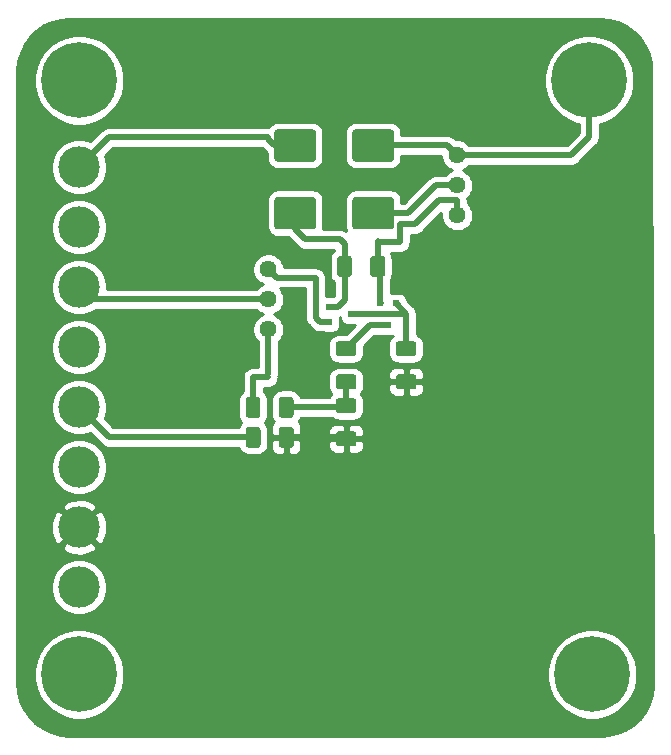
<source format=gbr>
G04 #@! TF.GenerationSoftware,KiCad,Pcbnew,(5.1.5)-3*
G04 #@! TF.CreationDate,2022-05-11T11:14:05-04:00*
G04 #@! TF.ProjectId,FuzzFace,46757a7a-4661-4636-952e-6b696361645f,rev?*
G04 #@! TF.SameCoordinates,Original*
G04 #@! TF.FileFunction,Copper,L1,Top*
G04 #@! TF.FilePolarity,Positive*
%FSLAX46Y46*%
G04 Gerber Fmt 4.6, Leading zero omitted, Abs format (unit mm)*
G04 Created by KiCad (PCBNEW (5.1.5)-3) date 2022-05-11 11:14:05*
%MOMM*%
%LPD*%
G04 APERTURE LIST*
%ADD10C,3.500120*%
%ADD11C,0.100000*%
%ADD12C,1.440000*%
%ADD13C,6.400000*%
%ADD14R,0.550000X0.600000*%
%ADD15R,0.600000X0.550000*%
%ADD16C,0.500000*%
%ADD17C,0.254000*%
G04 APERTURE END LIST*
D10*
X55880000Y-73660000D03*
X55880000Y-63500000D03*
X55880000Y-53340000D03*
X55880000Y-43180000D03*
G04 #@! TA.AperFunction,SMDPad,CuDef*
D11*
G36*
X71011504Y-60086204D02*
G01*
X71035773Y-60089804D01*
X71059571Y-60095765D01*
X71082671Y-60104030D01*
X71104849Y-60114520D01*
X71125893Y-60127133D01*
X71145598Y-60141747D01*
X71163777Y-60158223D01*
X71180253Y-60176402D01*
X71194867Y-60196107D01*
X71207480Y-60217151D01*
X71217970Y-60239329D01*
X71226235Y-60262429D01*
X71232196Y-60286227D01*
X71235796Y-60310496D01*
X71237000Y-60335000D01*
X71237000Y-61585000D01*
X71235796Y-61609504D01*
X71232196Y-61633773D01*
X71226235Y-61657571D01*
X71217970Y-61680671D01*
X71207480Y-61702849D01*
X71194867Y-61723893D01*
X71180253Y-61743598D01*
X71163777Y-61761777D01*
X71145598Y-61778253D01*
X71125893Y-61792867D01*
X71104849Y-61805480D01*
X71082671Y-61815970D01*
X71059571Y-61824235D01*
X71035773Y-61830196D01*
X71011504Y-61833796D01*
X70987000Y-61835000D01*
X70237000Y-61835000D01*
X70212496Y-61833796D01*
X70188227Y-61830196D01*
X70164429Y-61824235D01*
X70141329Y-61815970D01*
X70119151Y-61805480D01*
X70098107Y-61792867D01*
X70078402Y-61778253D01*
X70060223Y-61761777D01*
X70043747Y-61743598D01*
X70029133Y-61723893D01*
X70016520Y-61702849D01*
X70006030Y-61680671D01*
X69997765Y-61657571D01*
X69991804Y-61633773D01*
X69988204Y-61609504D01*
X69987000Y-61585000D01*
X69987000Y-60335000D01*
X69988204Y-60310496D01*
X69991804Y-60286227D01*
X69997765Y-60262429D01*
X70006030Y-60239329D01*
X70016520Y-60217151D01*
X70029133Y-60196107D01*
X70043747Y-60176402D01*
X70060223Y-60158223D01*
X70078402Y-60141747D01*
X70098107Y-60127133D01*
X70119151Y-60114520D01*
X70141329Y-60104030D01*
X70164429Y-60095765D01*
X70188227Y-60089804D01*
X70212496Y-60086204D01*
X70237000Y-60085000D01*
X70987000Y-60085000D01*
X71011504Y-60086204D01*
G37*
G04 #@! TD.AperFunction*
G04 #@! TA.AperFunction,SMDPad,CuDef*
G36*
X73811504Y-60086204D02*
G01*
X73835773Y-60089804D01*
X73859571Y-60095765D01*
X73882671Y-60104030D01*
X73904849Y-60114520D01*
X73925893Y-60127133D01*
X73945598Y-60141747D01*
X73963777Y-60158223D01*
X73980253Y-60176402D01*
X73994867Y-60196107D01*
X74007480Y-60217151D01*
X74017970Y-60239329D01*
X74026235Y-60262429D01*
X74032196Y-60286227D01*
X74035796Y-60310496D01*
X74037000Y-60335000D01*
X74037000Y-61585000D01*
X74035796Y-61609504D01*
X74032196Y-61633773D01*
X74026235Y-61657571D01*
X74017970Y-61680671D01*
X74007480Y-61702849D01*
X73994867Y-61723893D01*
X73980253Y-61743598D01*
X73963777Y-61761777D01*
X73945598Y-61778253D01*
X73925893Y-61792867D01*
X73904849Y-61805480D01*
X73882671Y-61815970D01*
X73859571Y-61824235D01*
X73835773Y-61830196D01*
X73811504Y-61833796D01*
X73787000Y-61835000D01*
X73037000Y-61835000D01*
X73012496Y-61833796D01*
X72988227Y-61830196D01*
X72964429Y-61824235D01*
X72941329Y-61815970D01*
X72919151Y-61805480D01*
X72898107Y-61792867D01*
X72878402Y-61778253D01*
X72860223Y-61761777D01*
X72843747Y-61743598D01*
X72829133Y-61723893D01*
X72816520Y-61702849D01*
X72806030Y-61680671D01*
X72797765Y-61657571D01*
X72791804Y-61633773D01*
X72788204Y-61609504D01*
X72787000Y-61585000D01*
X72787000Y-60335000D01*
X72788204Y-60310496D01*
X72791804Y-60286227D01*
X72797765Y-60262429D01*
X72806030Y-60239329D01*
X72816520Y-60217151D01*
X72829133Y-60196107D01*
X72843747Y-60176402D01*
X72860223Y-60158223D01*
X72878402Y-60141747D01*
X72898107Y-60127133D01*
X72919151Y-60114520D01*
X72941329Y-60104030D01*
X72964429Y-60095765D01*
X72988227Y-60089804D01*
X73012496Y-60086204D01*
X73037000Y-60085000D01*
X73787000Y-60085000D01*
X73811504Y-60086204D01*
G37*
G04 #@! TD.AperFunction*
G04 #@! TA.AperFunction,SMDPad,CuDef*
G36*
X79135504Y-52840204D02*
G01*
X79159773Y-52843804D01*
X79183571Y-52849765D01*
X79206671Y-52858030D01*
X79228849Y-52868520D01*
X79249893Y-52881133D01*
X79269598Y-52895747D01*
X79287777Y-52912223D01*
X79304253Y-52930402D01*
X79318867Y-52950107D01*
X79331480Y-52971151D01*
X79341970Y-52993329D01*
X79350235Y-53016429D01*
X79356196Y-53040227D01*
X79359796Y-53064496D01*
X79361000Y-53089000D01*
X79361000Y-53839000D01*
X79359796Y-53863504D01*
X79356196Y-53887773D01*
X79350235Y-53911571D01*
X79341970Y-53934671D01*
X79331480Y-53956849D01*
X79318867Y-53977893D01*
X79304253Y-53997598D01*
X79287777Y-54015777D01*
X79269598Y-54032253D01*
X79249893Y-54046867D01*
X79228849Y-54059480D01*
X79206671Y-54069970D01*
X79183571Y-54078235D01*
X79159773Y-54084196D01*
X79135504Y-54087796D01*
X79111000Y-54089000D01*
X77861000Y-54089000D01*
X77836496Y-54087796D01*
X77812227Y-54084196D01*
X77788429Y-54078235D01*
X77765329Y-54069970D01*
X77743151Y-54059480D01*
X77722107Y-54046867D01*
X77702402Y-54032253D01*
X77684223Y-54015777D01*
X77667747Y-53997598D01*
X77653133Y-53977893D01*
X77640520Y-53956849D01*
X77630030Y-53934671D01*
X77621765Y-53911571D01*
X77615804Y-53887773D01*
X77612204Y-53863504D01*
X77611000Y-53839000D01*
X77611000Y-53089000D01*
X77612204Y-53064496D01*
X77615804Y-53040227D01*
X77621765Y-53016429D01*
X77630030Y-52993329D01*
X77640520Y-52971151D01*
X77653133Y-52950107D01*
X77667747Y-52930402D01*
X77684223Y-52912223D01*
X77702402Y-52895747D01*
X77722107Y-52881133D01*
X77743151Y-52868520D01*
X77765329Y-52858030D01*
X77788429Y-52849765D01*
X77812227Y-52843804D01*
X77836496Y-52840204D01*
X77861000Y-52839000D01*
X79111000Y-52839000D01*
X79135504Y-52840204D01*
G37*
G04 #@! TD.AperFunction*
G04 #@! TA.AperFunction,SMDPad,CuDef*
G36*
X79135504Y-55640204D02*
G01*
X79159773Y-55643804D01*
X79183571Y-55649765D01*
X79206671Y-55658030D01*
X79228849Y-55668520D01*
X79249893Y-55681133D01*
X79269598Y-55695747D01*
X79287777Y-55712223D01*
X79304253Y-55730402D01*
X79318867Y-55750107D01*
X79331480Y-55771151D01*
X79341970Y-55793329D01*
X79350235Y-55816429D01*
X79356196Y-55840227D01*
X79359796Y-55864496D01*
X79361000Y-55889000D01*
X79361000Y-56639000D01*
X79359796Y-56663504D01*
X79356196Y-56687773D01*
X79350235Y-56711571D01*
X79341970Y-56734671D01*
X79331480Y-56756849D01*
X79318867Y-56777893D01*
X79304253Y-56797598D01*
X79287777Y-56815777D01*
X79269598Y-56832253D01*
X79249893Y-56846867D01*
X79228849Y-56859480D01*
X79206671Y-56869970D01*
X79183571Y-56878235D01*
X79159773Y-56884196D01*
X79135504Y-56887796D01*
X79111000Y-56889000D01*
X77861000Y-56889000D01*
X77836496Y-56887796D01*
X77812227Y-56884196D01*
X77788429Y-56878235D01*
X77765329Y-56869970D01*
X77743151Y-56859480D01*
X77722107Y-56846867D01*
X77702402Y-56832253D01*
X77684223Y-56815777D01*
X77667747Y-56797598D01*
X77653133Y-56777893D01*
X77640520Y-56756849D01*
X77630030Y-56734671D01*
X77621765Y-56711571D01*
X77615804Y-56687773D01*
X77612204Y-56663504D01*
X77611000Y-56639000D01*
X77611000Y-55889000D01*
X77612204Y-55864496D01*
X77615804Y-55840227D01*
X77621765Y-55816429D01*
X77630030Y-55793329D01*
X77640520Y-55771151D01*
X77653133Y-55750107D01*
X77667747Y-55730402D01*
X77684223Y-55712223D01*
X77702402Y-55695747D01*
X77722107Y-55681133D01*
X77743151Y-55668520D01*
X77765329Y-55658030D01*
X77788429Y-55649765D01*
X77812227Y-55643804D01*
X77836496Y-55640204D01*
X77861000Y-55639000D01*
X79111000Y-55639000D01*
X79135504Y-55640204D01*
G37*
G04 #@! TD.AperFunction*
D12*
X87884000Y-37084000D03*
X87884000Y-39624000D03*
X87884000Y-42164000D03*
D13*
X99314000Y-81026000D03*
X55880000Y-81026000D03*
X99060000Y-30734000D03*
X55880000Y-30734000D03*
G04 #@! TA.AperFunction,SMDPad,CuDef*
D11*
G36*
X75692505Y-40617204D02*
G01*
X75716773Y-40620804D01*
X75740572Y-40626765D01*
X75763671Y-40635030D01*
X75785850Y-40645520D01*
X75806893Y-40658132D01*
X75826599Y-40672747D01*
X75844777Y-40689223D01*
X75861253Y-40707401D01*
X75875868Y-40727107D01*
X75888480Y-40748150D01*
X75898970Y-40770329D01*
X75907235Y-40793428D01*
X75913196Y-40817227D01*
X75916796Y-40841495D01*
X75918000Y-40865999D01*
X75918000Y-43091001D01*
X75916796Y-43115505D01*
X75913196Y-43139773D01*
X75907235Y-43163572D01*
X75898970Y-43186671D01*
X75888480Y-43208850D01*
X75875868Y-43229893D01*
X75861253Y-43249599D01*
X75844777Y-43267777D01*
X75826599Y-43284253D01*
X75806893Y-43298868D01*
X75785850Y-43311480D01*
X75763671Y-43321970D01*
X75740572Y-43330235D01*
X75716773Y-43336196D01*
X75692505Y-43339796D01*
X75668001Y-43341000D01*
X72667999Y-43341000D01*
X72643495Y-43339796D01*
X72619227Y-43336196D01*
X72595428Y-43330235D01*
X72572329Y-43321970D01*
X72550150Y-43311480D01*
X72529107Y-43298868D01*
X72509401Y-43284253D01*
X72491223Y-43267777D01*
X72474747Y-43249599D01*
X72460132Y-43229893D01*
X72447520Y-43208850D01*
X72437030Y-43186671D01*
X72428765Y-43163572D01*
X72422804Y-43139773D01*
X72419204Y-43115505D01*
X72418000Y-43091001D01*
X72418000Y-40865999D01*
X72419204Y-40841495D01*
X72422804Y-40817227D01*
X72428765Y-40793428D01*
X72437030Y-40770329D01*
X72447520Y-40748150D01*
X72460132Y-40727107D01*
X72474747Y-40707401D01*
X72491223Y-40689223D01*
X72509401Y-40672747D01*
X72529107Y-40658132D01*
X72550150Y-40645520D01*
X72572329Y-40635030D01*
X72595428Y-40626765D01*
X72619227Y-40620804D01*
X72643495Y-40617204D01*
X72667999Y-40616000D01*
X75668001Y-40616000D01*
X75692505Y-40617204D01*
G37*
G04 #@! TD.AperFunction*
G04 #@! TA.AperFunction,SMDPad,CuDef*
G36*
X75692505Y-34892204D02*
G01*
X75716773Y-34895804D01*
X75740572Y-34901765D01*
X75763671Y-34910030D01*
X75785850Y-34920520D01*
X75806893Y-34933132D01*
X75826599Y-34947747D01*
X75844777Y-34964223D01*
X75861253Y-34982401D01*
X75875868Y-35002107D01*
X75888480Y-35023150D01*
X75898970Y-35045329D01*
X75907235Y-35068428D01*
X75913196Y-35092227D01*
X75916796Y-35116495D01*
X75918000Y-35140999D01*
X75918000Y-37366001D01*
X75916796Y-37390505D01*
X75913196Y-37414773D01*
X75907235Y-37438572D01*
X75898970Y-37461671D01*
X75888480Y-37483850D01*
X75875868Y-37504893D01*
X75861253Y-37524599D01*
X75844777Y-37542777D01*
X75826599Y-37559253D01*
X75806893Y-37573868D01*
X75785850Y-37586480D01*
X75763671Y-37596970D01*
X75740572Y-37605235D01*
X75716773Y-37611196D01*
X75692505Y-37614796D01*
X75668001Y-37616000D01*
X72667999Y-37616000D01*
X72643495Y-37614796D01*
X72619227Y-37611196D01*
X72595428Y-37605235D01*
X72572329Y-37596970D01*
X72550150Y-37586480D01*
X72529107Y-37573868D01*
X72509401Y-37559253D01*
X72491223Y-37542777D01*
X72474747Y-37524599D01*
X72460132Y-37504893D01*
X72447520Y-37483850D01*
X72437030Y-37461671D01*
X72428765Y-37438572D01*
X72422804Y-37414773D01*
X72419204Y-37390505D01*
X72418000Y-37366001D01*
X72418000Y-35140999D01*
X72419204Y-35116495D01*
X72422804Y-35092227D01*
X72428765Y-35068428D01*
X72437030Y-35045329D01*
X72447520Y-35023150D01*
X72460132Y-35002107D01*
X72474747Y-34982401D01*
X72491223Y-34964223D01*
X72509401Y-34947747D01*
X72529107Y-34933132D01*
X72550150Y-34920520D01*
X72572329Y-34910030D01*
X72595428Y-34901765D01*
X72619227Y-34895804D01*
X72643495Y-34892204D01*
X72667999Y-34891000D01*
X75668001Y-34891000D01*
X75692505Y-34892204D01*
G37*
G04 #@! TD.AperFunction*
G04 #@! TA.AperFunction,SMDPad,CuDef*
G36*
X71005504Y-57546204D02*
G01*
X71029773Y-57549804D01*
X71053571Y-57555765D01*
X71076671Y-57564030D01*
X71098849Y-57574520D01*
X71119893Y-57587133D01*
X71139598Y-57601747D01*
X71157777Y-57618223D01*
X71174253Y-57636402D01*
X71188867Y-57656107D01*
X71201480Y-57677151D01*
X71211970Y-57699329D01*
X71220235Y-57722429D01*
X71226196Y-57746227D01*
X71229796Y-57770496D01*
X71231000Y-57795000D01*
X71231000Y-59045000D01*
X71229796Y-59069504D01*
X71226196Y-59093773D01*
X71220235Y-59117571D01*
X71211970Y-59140671D01*
X71201480Y-59162849D01*
X71188867Y-59183893D01*
X71174253Y-59203598D01*
X71157777Y-59221777D01*
X71139598Y-59238253D01*
X71119893Y-59252867D01*
X71098849Y-59265480D01*
X71076671Y-59275970D01*
X71053571Y-59284235D01*
X71029773Y-59290196D01*
X71005504Y-59293796D01*
X70981000Y-59295000D01*
X70231000Y-59295000D01*
X70206496Y-59293796D01*
X70182227Y-59290196D01*
X70158429Y-59284235D01*
X70135329Y-59275970D01*
X70113151Y-59265480D01*
X70092107Y-59252867D01*
X70072402Y-59238253D01*
X70054223Y-59221777D01*
X70037747Y-59203598D01*
X70023133Y-59183893D01*
X70010520Y-59162849D01*
X70000030Y-59140671D01*
X69991765Y-59117571D01*
X69985804Y-59093773D01*
X69982204Y-59069504D01*
X69981000Y-59045000D01*
X69981000Y-57795000D01*
X69982204Y-57770496D01*
X69985804Y-57746227D01*
X69991765Y-57722429D01*
X70000030Y-57699329D01*
X70010520Y-57677151D01*
X70023133Y-57656107D01*
X70037747Y-57636402D01*
X70054223Y-57618223D01*
X70072402Y-57601747D01*
X70092107Y-57587133D01*
X70113151Y-57574520D01*
X70135329Y-57564030D01*
X70158429Y-57555765D01*
X70182227Y-57549804D01*
X70206496Y-57546204D01*
X70231000Y-57545000D01*
X70981000Y-57545000D01*
X71005504Y-57546204D01*
G37*
G04 #@! TD.AperFunction*
G04 #@! TA.AperFunction,SMDPad,CuDef*
G36*
X73805504Y-57546204D02*
G01*
X73829773Y-57549804D01*
X73853571Y-57555765D01*
X73876671Y-57564030D01*
X73898849Y-57574520D01*
X73919893Y-57587133D01*
X73939598Y-57601747D01*
X73957777Y-57618223D01*
X73974253Y-57636402D01*
X73988867Y-57656107D01*
X74001480Y-57677151D01*
X74011970Y-57699329D01*
X74020235Y-57722429D01*
X74026196Y-57746227D01*
X74029796Y-57770496D01*
X74031000Y-57795000D01*
X74031000Y-59045000D01*
X74029796Y-59069504D01*
X74026196Y-59093773D01*
X74020235Y-59117571D01*
X74011970Y-59140671D01*
X74001480Y-59162849D01*
X73988867Y-59183893D01*
X73974253Y-59203598D01*
X73957777Y-59221777D01*
X73939598Y-59238253D01*
X73919893Y-59252867D01*
X73898849Y-59265480D01*
X73876671Y-59275970D01*
X73853571Y-59284235D01*
X73829773Y-59290196D01*
X73805504Y-59293796D01*
X73781000Y-59295000D01*
X73031000Y-59295000D01*
X73006496Y-59293796D01*
X72982227Y-59290196D01*
X72958429Y-59284235D01*
X72935329Y-59275970D01*
X72913151Y-59265480D01*
X72892107Y-59252867D01*
X72872402Y-59238253D01*
X72854223Y-59221777D01*
X72837747Y-59203598D01*
X72823133Y-59183893D01*
X72810520Y-59162849D01*
X72800030Y-59140671D01*
X72791765Y-59117571D01*
X72785804Y-59093773D01*
X72782204Y-59069504D01*
X72781000Y-59045000D01*
X72781000Y-57795000D01*
X72782204Y-57770496D01*
X72785804Y-57746227D01*
X72791765Y-57722429D01*
X72800030Y-57699329D01*
X72810520Y-57677151D01*
X72823133Y-57656107D01*
X72837747Y-57636402D01*
X72854223Y-57618223D01*
X72872402Y-57601747D01*
X72892107Y-57587133D01*
X72913151Y-57574520D01*
X72935329Y-57564030D01*
X72958429Y-57555765D01*
X72982227Y-57549804D01*
X73006496Y-57546204D01*
X73031000Y-57545000D01*
X73781000Y-57545000D01*
X73805504Y-57546204D01*
G37*
G04 #@! TD.AperFunction*
G04 #@! TA.AperFunction,SMDPad,CuDef*
G36*
X82296505Y-34892204D02*
G01*
X82320773Y-34895804D01*
X82344572Y-34901765D01*
X82367671Y-34910030D01*
X82389850Y-34920520D01*
X82410893Y-34933132D01*
X82430599Y-34947747D01*
X82448777Y-34964223D01*
X82465253Y-34982401D01*
X82479868Y-35002107D01*
X82492480Y-35023150D01*
X82502970Y-35045329D01*
X82511235Y-35068428D01*
X82517196Y-35092227D01*
X82520796Y-35116495D01*
X82522000Y-35140999D01*
X82522000Y-37366001D01*
X82520796Y-37390505D01*
X82517196Y-37414773D01*
X82511235Y-37438572D01*
X82502970Y-37461671D01*
X82492480Y-37483850D01*
X82479868Y-37504893D01*
X82465253Y-37524599D01*
X82448777Y-37542777D01*
X82430599Y-37559253D01*
X82410893Y-37573868D01*
X82389850Y-37586480D01*
X82367671Y-37596970D01*
X82344572Y-37605235D01*
X82320773Y-37611196D01*
X82296505Y-37614796D01*
X82272001Y-37616000D01*
X79271999Y-37616000D01*
X79247495Y-37614796D01*
X79223227Y-37611196D01*
X79199428Y-37605235D01*
X79176329Y-37596970D01*
X79154150Y-37586480D01*
X79133107Y-37573868D01*
X79113401Y-37559253D01*
X79095223Y-37542777D01*
X79078747Y-37524599D01*
X79064132Y-37504893D01*
X79051520Y-37483850D01*
X79041030Y-37461671D01*
X79032765Y-37438572D01*
X79026804Y-37414773D01*
X79023204Y-37390505D01*
X79022000Y-37366001D01*
X79022000Y-35140999D01*
X79023204Y-35116495D01*
X79026804Y-35092227D01*
X79032765Y-35068428D01*
X79041030Y-35045329D01*
X79051520Y-35023150D01*
X79064132Y-35002107D01*
X79078747Y-34982401D01*
X79095223Y-34964223D01*
X79113401Y-34947747D01*
X79133107Y-34933132D01*
X79154150Y-34920520D01*
X79176329Y-34910030D01*
X79199428Y-34901765D01*
X79223227Y-34895804D01*
X79247495Y-34892204D01*
X79271999Y-34891000D01*
X82272001Y-34891000D01*
X82296505Y-34892204D01*
G37*
G04 #@! TD.AperFunction*
G04 #@! TA.AperFunction,SMDPad,CuDef*
G36*
X82296505Y-40617204D02*
G01*
X82320773Y-40620804D01*
X82344572Y-40626765D01*
X82367671Y-40635030D01*
X82389850Y-40645520D01*
X82410893Y-40658132D01*
X82430599Y-40672747D01*
X82448777Y-40689223D01*
X82465253Y-40707401D01*
X82479868Y-40727107D01*
X82492480Y-40748150D01*
X82502970Y-40770329D01*
X82511235Y-40793428D01*
X82517196Y-40817227D01*
X82520796Y-40841495D01*
X82522000Y-40865999D01*
X82522000Y-43091001D01*
X82520796Y-43115505D01*
X82517196Y-43139773D01*
X82511235Y-43163572D01*
X82502970Y-43186671D01*
X82492480Y-43208850D01*
X82479868Y-43229893D01*
X82465253Y-43249599D01*
X82448777Y-43267777D01*
X82430599Y-43284253D01*
X82410893Y-43298868D01*
X82389850Y-43311480D01*
X82367671Y-43321970D01*
X82344572Y-43330235D01*
X82320773Y-43336196D01*
X82296505Y-43339796D01*
X82272001Y-43341000D01*
X79271999Y-43341000D01*
X79247495Y-43339796D01*
X79223227Y-43336196D01*
X79199428Y-43330235D01*
X79176329Y-43321970D01*
X79154150Y-43311480D01*
X79133107Y-43298868D01*
X79113401Y-43284253D01*
X79095223Y-43267777D01*
X79078747Y-43249599D01*
X79064132Y-43229893D01*
X79051520Y-43208850D01*
X79041030Y-43186671D01*
X79032765Y-43163572D01*
X79026804Y-43139773D01*
X79023204Y-43115505D01*
X79022000Y-43091001D01*
X79022000Y-40865999D01*
X79023204Y-40841495D01*
X79026804Y-40817227D01*
X79032765Y-40793428D01*
X79041030Y-40770329D01*
X79051520Y-40748150D01*
X79064132Y-40727107D01*
X79078747Y-40707401D01*
X79095223Y-40689223D01*
X79113401Y-40672747D01*
X79133107Y-40658132D01*
X79154150Y-40645520D01*
X79176329Y-40635030D01*
X79199428Y-40626765D01*
X79223227Y-40620804D01*
X79247495Y-40617204D01*
X79271999Y-40616000D01*
X82272001Y-40616000D01*
X82296505Y-40617204D01*
G37*
G04 #@! TD.AperFunction*
D10*
X55880000Y-38100000D03*
X55880000Y-58420000D03*
X55880000Y-68580000D03*
X55880000Y-48260000D03*
D14*
X77053000Y-49896000D03*
X77053000Y-51196000D03*
X78903000Y-50546000D03*
D15*
X82042000Y-51471000D03*
X81392000Y-49621000D03*
X82692000Y-49621000D03*
G04 #@! TA.AperFunction,SMDPad,CuDef*
D11*
G36*
X84215504Y-52840204D02*
G01*
X84239773Y-52843804D01*
X84263571Y-52849765D01*
X84286671Y-52858030D01*
X84308849Y-52868520D01*
X84329893Y-52881133D01*
X84349598Y-52895747D01*
X84367777Y-52912223D01*
X84384253Y-52930402D01*
X84398867Y-52950107D01*
X84411480Y-52971151D01*
X84421970Y-52993329D01*
X84430235Y-53016429D01*
X84436196Y-53040227D01*
X84439796Y-53064496D01*
X84441000Y-53089000D01*
X84441000Y-53839000D01*
X84439796Y-53863504D01*
X84436196Y-53887773D01*
X84430235Y-53911571D01*
X84421970Y-53934671D01*
X84411480Y-53956849D01*
X84398867Y-53977893D01*
X84384253Y-53997598D01*
X84367777Y-54015777D01*
X84349598Y-54032253D01*
X84329893Y-54046867D01*
X84308849Y-54059480D01*
X84286671Y-54069970D01*
X84263571Y-54078235D01*
X84239773Y-54084196D01*
X84215504Y-54087796D01*
X84191000Y-54089000D01*
X82941000Y-54089000D01*
X82916496Y-54087796D01*
X82892227Y-54084196D01*
X82868429Y-54078235D01*
X82845329Y-54069970D01*
X82823151Y-54059480D01*
X82802107Y-54046867D01*
X82782402Y-54032253D01*
X82764223Y-54015777D01*
X82747747Y-53997598D01*
X82733133Y-53977893D01*
X82720520Y-53956849D01*
X82710030Y-53934671D01*
X82701765Y-53911571D01*
X82695804Y-53887773D01*
X82692204Y-53863504D01*
X82691000Y-53839000D01*
X82691000Y-53089000D01*
X82692204Y-53064496D01*
X82695804Y-53040227D01*
X82701765Y-53016429D01*
X82710030Y-52993329D01*
X82720520Y-52971151D01*
X82733133Y-52950107D01*
X82747747Y-52930402D01*
X82764223Y-52912223D01*
X82782402Y-52895747D01*
X82802107Y-52881133D01*
X82823151Y-52868520D01*
X82845329Y-52858030D01*
X82868429Y-52849765D01*
X82892227Y-52843804D01*
X82916496Y-52840204D01*
X82941000Y-52839000D01*
X84191000Y-52839000D01*
X84215504Y-52840204D01*
G37*
G04 #@! TD.AperFunction*
G04 #@! TA.AperFunction,SMDPad,CuDef*
G36*
X84215504Y-55640204D02*
G01*
X84239773Y-55643804D01*
X84263571Y-55649765D01*
X84286671Y-55658030D01*
X84308849Y-55668520D01*
X84329893Y-55681133D01*
X84349598Y-55695747D01*
X84367777Y-55712223D01*
X84384253Y-55730402D01*
X84398867Y-55750107D01*
X84411480Y-55771151D01*
X84421970Y-55793329D01*
X84430235Y-55816429D01*
X84436196Y-55840227D01*
X84439796Y-55864496D01*
X84441000Y-55889000D01*
X84441000Y-56639000D01*
X84439796Y-56663504D01*
X84436196Y-56687773D01*
X84430235Y-56711571D01*
X84421970Y-56734671D01*
X84411480Y-56756849D01*
X84398867Y-56777893D01*
X84384253Y-56797598D01*
X84367777Y-56815777D01*
X84349598Y-56832253D01*
X84329893Y-56846867D01*
X84308849Y-56859480D01*
X84286671Y-56869970D01*
X84263571Y-56878235D01*
X84239773Y-56884196D01*
X84215504Y-56887796D01*
X84191000Y-56889000D01*
X82941000Y-56889000D01*
X82916496Y-56887796D01*
X82892227Y-56884196D01*
X82868429Y-56878235D01*
X82845329Y-56869970D01*
X82823151Y-56859480D01*
X82802107Y-56846867D01*
X82782402Y-56832253D01*
X82764223Y-56815777D01*
X82747747Y-56797598D01*
X82733133Y-56777893D01*
X82720520Y-56756849D01*
X82710030Y-56734671D01*
X82701765Y-56711571D01*
X82695804Y-56687773D01*
X82692204Y-56663504D01*
X82691000Y-56639000D01*
X82691000Y-55889000D01*
X82692204Y-55864496D01*
X82695804Y-55840227D01*
X82701765Y-55816429D01*
X82710030Y-55793329D01*
X82720520Y-55771151D01*
X82733133Y-55750107D01*
X82747747Y-55730402D01*
X82764223Y-55712223D01*
X82782402Y-55695747D01*
X82802107Y-55681133D01*
X82823151Y-55668520D01*
X82845329Y-55658030D01*
X82868429Y-55649765D01*
X82892227Y-55643804D01*
X82916496Y-55640204D01*
X82941000Y-55639000D01*
X84191000Y-55639000D01*
X84215504Y-55640204D01*
G37*
G04 #@! TD.AperFunction*
G04 #@! TA.AperFunction,SMDPad,CuDef*
G36*
X79135504Y-57666204D02*
G01*
X79159773Y-57669804D01*
X79183571Y-57675765D01*
X79206671Y-57684030D01*
X79228849Y-57694520D01*
X79249893Y-57707133D01*
X79269598Y-57721747D01*
X79287777Y-57738223D01*
X79304253Y-57756402D01*
X79318867Y-57776107D01*
X79331480Y-57797151D01*
X79341970Y-57819329D01*
X79350235Y-57842429D01*
X79356196Y-57866227D01*
X79359796Y-57890496D01*
X79361000Y-57915000D01*
X79361000Y-58665000D01*
X79359796Y-58689504D01*
X79356196Y-58713773D01*
X79350235Y-58737571D01*
X79341970Y-58760671D01*
X79331480Y-58782849D01*
X79318867Y-58803893D01*
X79304253Y-58823598D01*
X79287777Y-58841777D01*
X79269598Y-58858253D01*
X79249893Y-58872867D01*
X79228849Y-58885480D01*
X79206671Y-58895970D01*
X79183571Y-58904235D01*
X79159773Y-58910196D01*
X79135504Y-58913796D01*
X79111000Y-58915000D01*
X77861000Y-58915000D01*
X77836496Y-58913796D01*
X77812227Y-58910196D01*
X77788429Y-58904235D01*
X77765329Y-58895970D01*
X77743151Y-58885480D01*
X77722107Y-58872867D01*
X77702402Y-58858253D01*
X77684223Y-58841777D01*
X77667747Y-58823598D01*
X77653133Y-58803893D01*
X77640520Y-58782849D01*
X77630030Y-58760671D01*
X77621765Y-58737571D01*
X77615804Y-58713773D01*
X77612204Y-58689504D01*
X77611000Y-58665000D01*
X77611000Y-57915000D01*
X77612204Y-57890496D01*
X77615804Y-57866227D01*
X77621765Y-57842429D01*
X77630030Y-57819329D01*
X77640520Y-57797151D01*
X77653133Y-57776107D01*
X77667747Y-57756402D01*
X77684223Y-57738223D01*
X77702402Y-57721747D01*
X77722107Y-57707133D01*
X77743151Y-57694520D01*
X77765329Y-57684030D01*
X77788429Y-57675765D01*
X77812227Y-57669804D01*
X77836496Y-57666204D01*
X77861000Y-57665000D01*
X79111000Y-57665000D01*
X79135504Y-57666204D01*
G37*
G04 #@! TD.AperFunction*
G04 #@! TA.AperFunction,SMDPad,CuDef*
G36*
X79135504Y-60466204D02*
G01*
X79159773Y-60469804D01*
X79183571Y-60475765D01*
X79206671Y-60484030D01*
X79228849Y-60494520D01*
X79249893Y-60507133D01*
X79269598Y-60521747D01*
X79287777Y-60538223D01*
X79304253Y-60556402D01*
X79318867Y-60576107D01*
X79331480Y-60597151D01*
X79341970Y-60619329D01*
X79350235Y-60642429D01*
X79356196Y-60666227D01*
X79359796Y-60690496D01*
X79361000Y-60715000D01*
X79361000Y-61465000D01*
X79359796Y-61489504D01*
X79356196Y-61513773D01*
X79350235Y-61537571D01*
X79341970Y-61560671D01*
X79331480Y-61582849D01*
X79318867Y-61603893D01*
X79304253Y-61623598D01*
X79287777Y-61641777D01*
X79269598Y-61658253D01*
X79249893Y-61672867D01*
X79228849Y-61685480D01*
X79206671Y-61695970D01*
X79183571Y-61704235D01*
X79159773Y-61710196D01*
X79135504Y-61713796D01*
X79111000Y-61715000D01*
X77861000Y-61715000D01*
X77836496Y-61713796D01*
X77812227Y-61710196D01*
X77788429Y-61704235D01*
X77765329Y-61695970D01*
X77743151Y-61685480D01*
X77722107Y-61672867D01*
X77702402Y-61658253D01*
X77684223Y-61641777D01*
X77667747Y-61623598D01*
X77653133Y-61603893D01*
X77640520Y-61582849D01*
X77630030Y-61560671D01*
X77621765Y-61537571D01*
X77615804Y-61513773D01*
X77612204Y-61489504D01*
X77611000Y-61465000D01*
X77611000Y-60715000D01*
X77612204Y-60690496D01*
X77615804Y-60666227D01*
X77621765Y-60642429D01*
X77630030Y-60619329D01*
X77640520Y-60597151D01*
X77653133Y-60576107D01*
X77667747Y-60556402D01*
X77684223Y-60538223D01*
X77702402Y-60521747D01*
X77722107Y-60507133D01*
X77743151Y-60494520D01*
X77765329Y-60484030D01*
X77788429Y-60475765D01*
X77812227Y-60469804D01*
X77836496Y-60466204D01*
X77861000Y-60465000D01*
X79111000Y-60465000D01*
X79135504Y-60466204D01*
G37*
G04 #@! TD.AperFunction*
G04 #@! TA.AperFunction,SMDPad,CuDef*
G36*
X81555504Y-45608204D02*
G01*
X81579773Y-45611804D01*
X81603571Y-45617765D01*
X81626671Y-45626030D01*
X81648849Y-45636520D01*
X81669893Y-45649133D01*
X81689598Y-45663747D01*
X81707777Y-45680223D01*
X81724253Y-45698402D01*
X81738867Y-45718107D01*
X81751480Y-45739151D01*
X81761970Y-45761329D01*
X81770235Y-45784429D01*
X81776196Y-45808227D01*
X81779796Y-45832496D01*
X81781000Y-45857000D01*
X81781000Y-47107000D01*
X81779796Y-47131504D01*
X81776196Y-47155773D01*
X81770235Y-47179571D01*
X81761970Y-47202671D01*
X81751480Y-47224849D01*
X81738867Y-47245893D01*
X81724253Y-47265598D01*
X81707777Y-47283777D01*
X81689598Y-47300253D01*
X81669893Y-47314867D01*
X81648849Y-47327480D01*
X81626671Y-47337970D01*
X81603571Y-47346235D01*
X81579773Y-47352196D01*
X81555504Y-47355796D01*
X81531000Y-47357000D01*
X80781000Y-47357000D01*
X80756496Y-47355796D01*
X80732227Y-47352196D01*
X80708429Y-47346235D01*
X80685329Y-47337970D01*
X80663151Y-47327480D01*
X80642107Y-47314867D01*
X80622402Y-47300253D01*
X80604223Y-47283777D01*
X80587747Y-47265598D01*
X80573133Y-47245893D01*
X80560520Y-47224849D01*
X80550030Y-47202671D01*
X80541765Y-47179571D01*
X80535804Y-47155773D01*
X80532204Y-47131504D01*
X80531000Y-47107000D01*
X80531000Y-45857000D01*
X80532204Y-45832496D01*
X80535804Y-45808227D01*
X80541765Y-45784429D01*
X80550030Y-45761329D01*
X80560520Y-45739151D01*
X80573133Y-45718107D01*
X80587747Y-45698402D01*
X80604223Y-45680223D01*
X80622402Y-45663747D01*
X80642107Y-45649133D01*
X80663151Y-45636520D01*
X80685329Y-45626030D01*
X80708429Y-45617765D01*
X80732227Y-45611804D01*
X80756496Y-45608204D01*
X80781000Y-45607000D01*
X81531000Y-45607000D01*
X81555504Y-45608204D01*
G37*
G04 #@! TD.AperFunction*
G04 #@! TA.AperFunction,SMDPad,CuDef*
G36*
X78755504Y-45608204D02*
G01*
X78779773Y-45611804D01*
X78803571Y-45617765D01*
X78826671Y-45626030D01*
X78848849Y-45636520D01*
X78869893Y-45649133D01*
X78889598Y-45663747D01*
X78907777Y-45680223D01*
X78924253Y-45698402D01*
X78938867Y-45718107D01*
X78951480Y-45739151D01*
X78961970Y-45761329D01*
X78970235Y-45784429D01*
X78976196Y-45808227D01*
X78979796Y-45832496D01*
X78981000Y-45857000D01*
X78981000Y-47107000D01*
X78979796Y-47131504D01*
X78976196Y-47155773D01*
X78970235Y-47179571D01*
X78961970Y-47202671D01*
X78951480Y-47224849D01*
X78938867Y-47245893D01*
X78924253Y-47265598D01*
X78907777Y-47283777D01*
X78889598Y-47300253D01*
X78869893Y-47314867D01*
X78848849Y-47327480D01*
X78826671Y-47337970D01*
X78803571Y-47346235D01*
X78779773Y-47352196D01*
X78755504Y-47355796D01*
X78731000Y-47357000D01*
X77981000Y-47357000D01*
X77956496Y-47355796D01*
X77932227Y-47352196D01*
X77908429Y-47346235D01*
X77885329Y-47337970D01*
X77863151Y-47327480D01*
X77842107Y-47314867D01*
X77822402Y-47300253D01*
X77804223Y-47283777D01*
X77787747Y-47265598D01*
X77773133Y-47245893D01*
X77760520Y-47224849D01*
X77750030Y-47202671D01*
X77741765Y-47179571D01*
X77735804Y-47155773D01*
X77732204Y-47131504D01*
X77731000Y-47107000D01*
X77731000Y-45857000D01*
X77732204Y-45832496D01*
X77735804Y-45808227D01*
X77741765Y-45784429D01*
X77750030Y-45761329D01*
X77760520Y-45739151D01*
X77773133Y-45718107D01*
X77787747Y-45698402D01*
X77804223Y-45680223D01*
X77822402Y-45663747D01*
X77842107Y-45649133D01*
X77863151Y-45636520D01*
X77885329Y-45626030D01*
X77908429Y-45617765D01*
X77932227Y-45611804D01*
X77956496Y-45608204D01*
X77981000Y-45607000D01*
X78731000Y-45607000D01*
X78755504Y-45608204D01*
G37*
G04 #@! TD.AperFunction*
D12*
X71882000Y-51816000D03*
X71882000Y-49276000D03*
X71882000Y-46736000D03*
D16*
X74168000Y-42919000D02*
X74168000Y-41978500D01*
X77053000Y-49896000D02*
X77828000Y-49896000D01*
X78356000Y-49368000D02*
X78356000Y-46482000D01*
X77828000Y-49896000D02*
X78356000Y-49368000D01*
X78356000Y-46482000D02*
X78356000Y-44574000D01*
X78356000Y-44574000D02*
X77978000Y-44196000D01*
X75023000Y-44196000D02*
X74168000Y-43341000D01*
X74168000Y-43341000D02*
X74168000Y-41978500D01*
X77978000Y-44196000D02*
X75023000Y-44196000D01*
X58420000Y-35560000D02*
X55880000Y-38100000D01*
X71882000Y-35560000D02*
X58420000Y-35560000D01*
X71882000Y-35717500D02*
X71882000Y-35560000D01*
X72418000Y-36253500D02*
X71882000Y-35717500D01*
X74168000Y-36253500D02*
X72418000Y-36253500D01*
X87884000Y-39624000D02*
X86106000Y-39624000D01*
X83751500Y-41978500D02*
X80772000Y-41978500D01*
X86106000Y-39624000D02*
X83751500Y-41978500D01*
X75903999Y-50821999D02*
X76278000Y-51196000D01*
X75903999Y-47455999D02*
X75903999Y-50821999D01*
X76278000Y-51196000D02*
X77053000Y-51196000D01*
X72601999Y-47455999D02*
X75903999Y-47455999D01*
X71882000Y-46736000D02*
X72601999Y-47455999D01*
X87053500Y-36253500D02*
X87884000Y-37084000D01*
X80772000Y-36253500D02*
X87053500Y-36253500D01*
X87884000Y-37084000D02*
X97536000Y-37084000D01*
X99060000Y-35560000D02*
X99060000Y-30734000D01*
X97536000Y-37084000D02*
X99060000Y-35560000D01*
X71882000Y-51816000D02*
X71882000Y-55626000D01*
X70606000Y-58420000D02*
X70606000Y-55886000D01*
X70606000Y-55886000D02*
X70612000Y-55880000D01*
X70612000Y-55880000D02*
X71882000Y-55880000D01*
X83566000Y-50495000D02*
X83566000Y-53464000D01*
X82692000Y-49621000D02*
X83566000Y-50495000D01*
X83515000Y-50546000D02*
X78903000Y-50546000D01*
X83566000Y-50495000D02*
X83515000Y-50546000D01*
X80479000Y-51471000D02*
X78486000Y-53464000D01*
X82042000Y-51471000D02*
X80479000Y-51471000D01*
X81392000Y-49621000D02*
X81432000Y-49621000D01*
X81392000Y-46718000D02*
X81156000Y-46482000D01*
X81392000Y-49621000D02*
X81392000Y-46718000D01*
X84328000Y-42926000D02*
X86360000Y-40894000D01*
X81156000Y-44320000D02*
X81286000Y-44450000D01*
X86360000Y-40894000D02*
X87884000Y-40894000D01*
X81156000Y-46482000D02*
X81156000Y-44320000D01*
X81286000Y-44450000D02*
X83058000Y-44450000D01*
X83058000Y-42926000D02*
X84328000Y-42926000D01*
X87884000Y-40894000D02*
X87884000Y-42164000D01*
X83058000Y-44450000D02*
X83058000Y-42926000D01*
X78356000Y-60960000D02*
X78486000Y-61090000D01*
X73412000Y-60960000D02*
X78356000Y-60960000D01*
X58420000Y-60960000D02*
X55880000Y-58420000D01*
X70612000Y-60960000D02*
X58420000Y-60960000D01*
X56896000Y-49276000D02*
X55880000Y-48260000D01*
X71882000Y-49276000D02*
X56896000Y-49276000D01*
X78356000Y-58420000D02*
X78486000Y-58290000D01*
X73406000Y-58420000D02*
X78356000Y-58420000D01*
X78486000Y-56264000D02*
X78486000Y-58290000D01*
D17*
G36*
X100768083Y-25623173D02*
G01*
X101511891Y-25826656D01*
X102207905Y-26158638D01*
X102834130Y-26608626D01*
X103370777Y-27162403D01*
X103800871Y-27802451D01*
X104110829Y-28508553D01*
X104292065Y-29263457D01*
X104340072Y-29917193D01*
X104495806Y-81978235D01*
X104395531Y-82784084D01*
X104166303Y-83520364D01*
X103810316Y-84204411D01*
X103338818Y-84814609D01*
X102766713Y-85331670D01*
X102112092Y-85739246D01*
X101395638Y-86024457D01*
X100629234Y-86180480D01*
X100137539Y-86208000D01*
X55029392Y-86208000D01*
X54231804Y-86136817D01*
X53487887Y-85933304D01*
X52791770Y-85601274D01*
X52165452Y-85151219D01*
X51628730Y-84597365D01*
X51198567Y-83957215D01*
X50888564Y-83251011D01*
X50707921Y-82498578D01*
X50660000Y-81765805D01*
X50660000Y-80648285D01*
X52045000Y-80648285D01*
X52045000Y-81403715D01*
X52192377Y-82144628D01*
X52481467Y-82842554D01*
X52901161Y-83470670D01*
X53435330Y-84004839D01*
X54063446Y-84424533D01*
X54761372Y-84713623D01*
X55502285Y-84861000D01*
X56257715Y-84861000D01*
X56998628Y-84713623D01*
X57696554Y-84424533D01*
X58324670Y-84004839D01*
X58858839Y-83470670D01*
X59278533Y-82842554D01*
X59567623Y-82144628D01*
X59715000Y-81403715D01*
X59715000Y-80648285D01*
X95479000Y-80648285D01*
X95479000Y-81403715D01*
X95626377Y-82144628D01*
X95915467Y-82842554D01*
X96335161Y-83470670D01*
X96869330Y-84004839D01*
X97497446Y-84424533D01*
X98195372Y-84713623D01*
X98936285Y-84861000D01*
X99691715Y-84861000D01*
X100432628Y-84713623D01*
X101130554Y-84424533D01*
X101758670Y-84004839D01*
X102292839Y-83470670D01*
X102712533Y-82842554D01*
X103001623Y-82144628D01*
X103149000Y-81403715D01*
X103149000Y-80648285D01*
X103001623Y-79907372D01*
X102712533Y-79209446D01*
X102292839Y-78581330D01*
X101758670Y-78047161D01*
X101130554Y-77627467D01*
X100432628Y-77338377D01*
X99691715Y-77191000D01*
X98936285Y-77191000D01*
X98195372Y-77338377D01*
X97497446Y-77627467D01*
X96869330Y-78047161D01*
X96335161Y-78581330D01*
X95915467Y-79209446D01*
X95626377Y-79907372D01*
X95479000Y-80648285D01*
X59715000Y-80648285D01*
X59567623Y-79907372D01*
X59278533Y-79209446D01*
X58858839Y-78581330D01*
X58324670Y-78047161D01*
X57696554Y-77627467D01*
X56998628Y-77338377D01*
X56257715Y-77191000D01*
X55502285Y-77191000D01*
X54761372Y-77338377D01*
X54063446Y-77627467D01*
X53435330Y-78047161D01*
X52901161Y-78581330D01*
X52481467Y-79209446D01*
X52192377Y-79907372D01*
X52045000Y-80648285D01*
X50660000Y-80648285D01*
X50660000Y-73425092D01*
X53494940Y-73425092D01*
X53494940Y-73894908D01*
X53586597Y-74355696D01*
X53766387Y-74789749D01*
X54027403Y-75180387D01*
X54359613Y-75512597D01*
X54750251Y-75773613D01*
X55184304Y-75953403D01*
X55645092Y-76045060D01*
X56114908Y-76045060D01*
X56575696Y-75953403D01*
X57009749Y-75773613D01*
X57400387Y-75512597D01*
X57732597Y-75180387D01*
X57993613Y-74789749D01*
X58173403Y-74355696D01*
X58265060Y-73894908D01*
X58265060Y-73425092D01*
X58173403Y-72964304D01*
X57993613Y-72530251D01*
X57732597Y-72139613D01*
X57400387Y-71807403D01*
X57009749Y-71546387D01*
X56575696Y-71366597D01*
X56114908Y-71274940D01*
X55645092Y-71274940D01*
X55184304Y-71366597D01*
X54750251Y-71546387D01*
X54359613Y-71807403D01*
X54027403Y-72139613D01*
X53766387Y-72530251D01*
X53586597Y-72964304D01*
X53494940Y-73425092D01*
X50660000Y-73425092D01*
X50660000Y-70249651D01*
X54389954Y-70249651D01*
X54576039Y-70590815D01*
X54993384Y-70806568D01*
X55444802Y-70936755D01*
X55912944Y-70976374D01*
X56379821Y-70923901D01*
X56827489Y-70781354D01*
X57183961Y-70590815D01*
X57370046Y-70249651D01*
X55880000Y-68759605D01*
X54389954Y-70249651D01*
X50660000Y-70249651D01*
X50660000Y-68612944D01*
X53483626Y-68612944D01*
X53536099Y-69079821D01*
X53678646Y-69527489D01*
X53869185Y-69883961D01*
X54210349Y-70070046D01*
X55700395Y-68580000D01*
X56059605Y-68580000D01*
X57549651Y-70070046D01*
X57890815Y-69883961D01*
X58106568Y-69466616D01*
X58236755Y-69015198D01*
X58276374Y-68547056D01*
X58223901Y-68080179D01*
X58081354Y-67632511D01*
X57890815Y-67276039D01*
X57549651Y-67089954D01*
X56059605Y-68580000D01*
X55700395Y-68580000D01*
X54210349Y-67089954D01*
X53869185Y-67276039D01*
X53653432Y-67693384D01*
X53523245Y-68144802D01*
X53483626Y-68612944D01*
X50660000Y-68612944D01*
X50660000Y-66910349D01*
X54389954Y-66910349D01*
X55880000Y-68400395D01*
X57370046Y-66910349D01*
X57183961Y-66569185D01*
X56766616Y-66353432D01*
X56315198Y-66223245D01*
X55847056Y-66183626D01*
X55380179Y-66236099D01*
X54932511Y-66378646D01*
X54576039Y-66569185D01*
X54389954Y-66910349D01*
X50660000Y-66910349D01*
X50660000Y-63265092D01*
X53494940Y-63265092D01*
X53494940Y-63734908D01*
X53586597Y-64195696D01*
X53766387Y-64629749D01*
X54027403Y-65020387D01*
X54359613Y-65352597D01*
X54750251Y-65613613D01*
X55184304Y-65793403D01*
X55645092Y-65885060D01*
X56114908Y-65885060D01*
X56575696Y-65793403D01*
X57009749Y-65613613D01*
X57400387Y-65352597D01*
X57732597Y-65020387D01*
X57993613Y-64629749D01*
X58173403Y-64195696D01*
X58265060Y-63734908D01*
X58265060Y-63265092D01*
X58173403Y-62804304D01*
X57993613Y-62370251D01*
X57732597Y-61979613D01*
X57400387Y-61647403D01*
X57009749Y-61386387D01*
X56575696Y-61206597D01*
X56114908Y-61114940D01*
X55645092Y-61114940D01*
X55184304Y-61206597D01*
X54750251Y-61386387D01*
X54359613Y-61647403D01*
X54027403Y-61979613D01*
X53766387Y-62370251D01*
X53586597Y-62804304D01*
X53494940Y-63265092D01*
X50660000Y-63265092D01*
X50660000Y-53105092D01*
X53494940Y-53105092D01*
X53494940Y-53574908D01*
X53586597Y-54035696D01*
X53766387Y-54469749D01*
X54027403Y-54860387D01*
X54359613Y-55192597D01*
X54750251Y-55453613D01*
X55184304Y-55633403D01*
X55645092Y-55725060D01*
X56114908Y-55725060D01*
X56575696Y-55633403D01*
X57009749Y-55453613D01*
X57400387Y-55192597D01*
X57732597Y-54860387D01*
X57993613Y-54469749D01*
X58173403Y-54035696D01*
X58265060Y-53574908D01*
X58265060Y-53105092D01*
X58173403Y-52644304D01*
X57993613Y-52210251D01*
X57732597Y-51819613D01*
X57400387Y-51487403D01*
X57009749Y-51226387D01*
X56575696Y-51046597D01*
X56114908Y-50954940D01*
X55645092Y-50954940D01*
X55184304Y-51046597D01*
X54750251Y-51226387D01*
X54359613Y-51487403D01*
X54027403Y-51819613D01*
X53766387Y-52210251D01*
X53586597Y-52644304D01*
X53494940Y-53105092D01*
X50660000Y-53105092D01*
X50660000Y-48025092D01*
X53494940Y-48025092D01*
X53494940Y-48494908D01*
X53586597Y-48955696D01*
X53766387Y-49389749D01*
X54027403Y-49780387D01*
X54359613Y-50112597D01*
X54750251Y-50373613D01*
X55184304Y-50553403D01*
X55645092Y-50645060D01*
X56114908Y-50645060D01*
X56575696Y-50553403D01*
X57009749Y-50373613D01*
X57327947Y-50161000D01*
X70850741Y-50161000D01*
X71018238Y-50328497D01*
X71240167Y-50476785D01*
X71407266Y-50546000D01*
X71240167Y-50615215D01*
X71018238Y-50763503D01*
X70829503Y-50952238D01*
X70681215Y-51174167D01*
X70579072Y-51420761D01*
X70527000Y-51682544D01*
X70527000Y-51949456D01*
X70579072Y-52211239D01*
X70681215Y-52457833D01*
X70829503Y-52679762D01*
X70997000Y-52847259D01*
X70997001Y-54995000D01*
X70655465Y-54995000D01*
X70611999Y-54990719D01*
X70568533Y-54995000D01*
X70568523Y-54995000D01*
X70438510Y-55007805D01*
X70271687Y-55058411D01*
X70117941Y-55140589D01*
X69983183Y-55251183D01*
X69980476Y-55254481D01*
X69977184Y-55257183D01*
X69949471Y-55290951D01*
X69949468Y-55290954D01*
X69866590Y-55391941D01*
X69784412Y-55545687D01*
X69733805Y-55712510D01*
X69716719Y-55886000D01*
X69721001Y-55929479D01*
X69721001Y-57070229D01*
X69603038Y-57167038D01*
X69492595Y-57301614D01*
X69410528Y-57455150D01*
X69359992Y-57621746D01*
X69342928Y-57795000D01*
X69342928Y-59045000D01*
X69359992Y-59218254D01*
X69410528Y-59384850D01*
X69492595Y-59538386D01*
X69603038Y-59672962D01*
X69626799Y-59692462D01*
X69609038Y-59707038D01*
X69498595Y-59841614D01*
X69416528Y-59995150D01*
X69392306Y-60075000D01*
X58786579Y-60075000D01*
X58072025Y-59360446D01*
X58173403Y-59115696D01*
X58265060Y-58654908D01*
X58265060Y-58185092D01*
X58173403Y-57724304D01*
X57993613Y-57290251D01*
X57732597Y-56899613D01*
X57400387Y-56567403D01*
X57009749Y-56306387D01*
X56575696Y-56126597D01*
X56114908Y-56034940D01*
X55645092Y-56034940D01*
X55184304Y-56126597D01*
X54750251Y-56306387D01*
X54359613Y-56567403D01*
X54027403Y-56899613D01*
X53766387Y-57290251D01*
X53586597Y-57724304D01*
X53494940Y-58185092D01*
X53494940Y-58654908D01*
X53586597Y-59115696D01*
X53766387Y-59549749D01*
X54027403Y-59940387D01*
X54359613Y-60272597D01*
X54750251Y-60533613D01*
X55184304Y-60713403D01*
X55645092Y-60805060D01*
X56114908Y-60805060D01*
X56575696Y-60713403D01*
X56820446Y-60612025D01*
X57763470Y-61555049D01*
X57791183Y-61588817D01*
X57824951Y-61616530D01*
X57824953Y-61616532D01*
X57896452Y-61675210D01*
X57925941Y-61699411D01*
X58079687Y-61781589D01*
X58246510Y-61832195D01*
X58376523Y-61845000D01*
X58376533Y-61845000D01*
X58419999Y-61849281D01*
X58463465Y-61845000D01*
X69392306Y-61845000D01*
X69416528Y-61924850D01*
X69498595Y-62078386D01*
X69609038Y-62212962D01*
X69743614Y-62323405D01*
X69897150Y-62405472D01*
X70063746Y-62456008D01*
X70237000Y-62473072D01*
X70987000Y-62473072D01*
X71160254Y-62456008D01*
X71326850Y-62405472D01*
X71480386Y-62323405D01*
X71614962Y-62212962D01*
X71725405Y-62078386D01*
X71807472Y-61924850D01*
X71834727Y-61835000D01*
X72148928Y-61835000D01*
X72161188Y-61959482D01*
X72197498Y-62079180D01*
X72256463Y-62189494D01*
X72335815Y-62286185D01*
X72432506Y-62365537D01*
X72542820Y-62424502D01*
X72662518Y-62460812D01*
X72787000Y-62473072D01*
X73126250Y-62470000D01*
X73285000Y-62311250D01*
X73285000Y-61087000D01*
X73539000Y-61087000D01*
X73539000Y-62311250D01*
X73697750Y-62470000D01*
X74037000Y-62473072D01*
X74161482Y-62460812D01*
X74281180Y-62424502D01*
X74391494Y-62365537D01*
X74488185Y-62286185D01*
X74567537Y-62189494D01*
X74626502Y-62079180D01*
X74662812Y-61959482D01*
X74675072Y-61835000D01*
X74674447Y-61715000D01*
X76972928Y-61715000D01*
X76985188Y-61839482D01*
X77021498Y-61959180D01*
X77080463Y-62069494D01*
X77159815Y-62166185D01*
X77256506Y-62245537D01*
X77366820Y-62304502D01*
X77486518Y-62340812D01*
X77611000Y-62353072D01*
X78200250Y-62350000D01*
X78359000Y-62191250D01*
X78359000Y-61217000D01*
X78613000Y-61217000D01*
X78613000Y-62191250D01*
X78771750Y-62350000D01*
X79361000Y-62353072D01*
X79485482Y-62340812D01*
X79605180Y-62304502D01*
X79715494Y-62245537D01*
X79812185Y-62166185D01*
X79891537Y-62069494D01*
X79950502Y-61959180D01*
X79986812Y-61839482D01*
X79999072Y-61715000D01*
X79996000Y-61375750D01*
X79837250Y-61217000D01*
X78613000Y-61217000D01*
X78359000Y-61217000D01*
X77134750Y-61217000D01*
X76976000Y-61375750D01*
X76972928Y-61715000D01*
X74674447Y-61715000D01*
X74672000Y-61245750D01*
X74513250Y-61087000D01*
X73539000Y-61087000D01*
X73285000Y-61087000D01*
X72310750Y-61087000D01*
X72152000Y-61245750D01*
X72148928Y-61835000D01*
X71834727Y-61835000D01*
X71858008Y-61758254D01*
X71875072Y-61585000D01*
X71875072Y-60335000D01*
X71858008Y-60161746D01*
X71807472Y-59995150D01*
X71725405Y-59841614D01*
X71614962Y-59707038D01*
X71591201Y-59687538D01*
X71608962Y-59672962D01*
X71719405Y-59538386D01*
X71801472Y-59384850D01*
X71852008Y-59218254D01*
X71869072Y-59045000D01*
X71869072Y-57795000D01*
X72142928Y-57795000D01*
X72142928Y-59045000D01*
X72159992Y-59218254D01*
X72210528Y-59384850D01*
X72292595Y-59538386D01*
X72356787Y-59616604D01*
X72335815Y-59633815D01*
X72256463Y-59730506D01*
X72197498Y-59840820D01*
X72161188Y-59960518D01*
X72148928Y-60085000D01*
X72152000Y-60674250D01*
X72310750Y-60833000D01*
X73285000Y-60833000D01*
X73285000Y-60813000D01*
X73539000Y-60813000D01*
X73539000Y-60833000D01*
X74513250Y-60833000D01*
X74672000Y-60674250D01*
X74673090Y-60465000D01*
X76972928Y-60465000D01*
X76976000Y-60804250D01*
X77134750Y-60963000D01*
X78359000Y-60963000D01*
X78359000Y-59988750D01*
X78613000Y-59988750D01*
X78613000Y-60963000D01*
X79837250Y-60963000D01*
X79996000Y-60804250D01*
X79999072Y-60465000D01*
X79986812Y-60340518D01*
X79950502Y-60220820D01*
X79891537Y-60110506D01*
X79812185Y-60013815D01*
X79715494Y-59934463D01*
X79605180Y-59875498D01*
X79485482Y-59839188D01*
X79361000Y-59826928D01*
X78771750Y-59830000D01*
X78613000Y-59988750D01*
X78359000Y-59988750D01*
X78200250Y-59830000D01*
X77611000Y-59826928D01*
X77486518Y-59839188D01*
X77366820Y-59875498D01*
X77256506Y-59934463D01*
X77159815Y-60013815D01*
X77080463Y-60110506D01*
X77021498Y-60220820D01*
X76985188Y-60340518D01*
X76972928Y-60465000D01*
X74673090Y-60465000D01*
X74675072Y-60085000D01*
X74662812Y-59960518D01*
X74626502Y-59840820D01*
X74567537Y-59730506D01*
X74488185Y-59633815D01*
X74460043Y-59610719D01*
X74519405Y-59538386D01*
X74601472Y-59384850D01*
X74625694Y-59305000D01*
X77247706Y-59305000D01*
X77367614Y-59403405D01*
X77521150Y-59485472D01*
X77687746Y-59536008D01*
X77861000Y-59553072D01*
X79111000Y-59553072D01*
X79284254Y-59536008D01*
X79450850Y-59485472D01*
X79604386Y-59403405D01*
X79738962Y-59292962D01*
X79849405Y-59158386D01*
X79931472Y-59004850D01*
X79982008Y-58838254D01*
X79999072Y-58665000D01*
X79999072Y-57915000D01*
X79982008Y-57741746D01*
X79931472Y-57575150D01*
X79849405Y-57421614D01*
X79738962Y-57287038D01*
X79726731Y-57277000D01*
X79738962Y-57266962D01*
X79849405Y-57132386D01*
X79931472Y-56978850D01*
X79958727Y-56889000D01*
X82052928Y-56889000D01*
X82065188Y-57013482D01*
X82101498Y-57133180D01*
X82160463Y-57243494D01*
X82239815Y-57340185D01*
X82336506Y-57419537D01*
X82446820Y-57478502D01*
X82566518Y-57514812D01*
X82691000Y-57527072D01*
X83280250Y-57524000D01*
X83439000Y-57365250D01*
X83439000Y-56391000D01*
X83693000Y-56391000D01*
X83693000Y-57365250D01*
X83851750Y-57524000D01*
X84441000Y-57527072D01*
X84565482Y-57514812D01*
X84685180Y-57478502D01*
X84795494Y-57419537D01*
X84892185Y-57340185D01*
X84971537Y-57243494D01*
X85030502Y-57133180D01*
X85066812Y-57013482D01*
X85079072Y-56889000D01*
X85076000Y-56549750D01*
X84917250Y-56391000D01*
X83693000Y-56391000D01*
X83439000Y-56391000D01*
X82214750Y-56391000D01*
X82056000Y-56549750D01*
X82052928Y-56889000D01*
X79958727Y-56889000D01*
X79982008Y-56812254D01*
X79999072Y-56639000D01*
X79999072Y-55889000D01*
X79982008Y-55715746D01*
X79958728Y-55639000D01*
X82052928Y-55639000D01*
X82056000Y-55978250D01*
X82214750Y-56137000D01*
X83439000Y-56137000D01*
X83439000Y-55162750D01*
X83693000Y-55162750D01*
X83693000Y-56137000D01*
X84917250Y-56137000D01*
X85076000Y-55978250D01*
X85079072Y-55639000D01*
X85066812Y-55514518D01*
X85030502Y-55394820D01*
X84971537Y-55284506D01*
X84892185Y-55187815D01*
X84795494Y-55108463D01*
X84685180Y-55049498D01*
X84565482Y-55013188D01*
X84441000Y-55000928D01*
X83851750Y-55004000D01*
X83693000Y-55162750D01*
X83439000Y-55162750D01*
X83280250Y-55004000D01*
X82691000Y-55000928D01*
X82566518Y-55013188D01*
X82446820Y-55049498D01*
X82336506Y-55108463D01*
X82239815Y-55187815D01*
X82160463Y-55284506D01*
X82101498Y-55394820D01*
X82065188Y-55514518D01*
X82052928Y-55639000D01*
X79958728Y-55639000D01*
X79931472Y-55549150D01*
X79849405Y-55395614D01*
X79738962Y-55261038D01*
X79604386Y-55150595D01*
X79450850Y-55068528D01*
X79284254Y-55017992D01*
X79111000Y-55000928D01*
X77861000Y-55000928D01*
X77687746Y-55017992D01*
X77521150Y-55068528D01*
X77367614Y-55150595D01*
X77233038Y-55261038D01*
X77122595Y-55395614D01*
X77040528Y-55549150D01*
X76989992Y-55715746D01*
X76972928Y-55889000D01*
X76972928Y-56639000D01*
X76989992Y-56812254D01*
X77040528Y-56978850D01*
X77122595Y-57132386D01*
X77233038Y-57266962D01*
X77245269Y-57277000D01*
X77233038Y-57287038D01*
X77122595Y-57421614D01*
X77061989Y-57535000D01*
X74625694Y-57535000D01*
X74601472Y-57455150D01*
X74519405Y-57301614D01*
X74408962Y-57167038D01*
X74274386Y-57056595D01*
X74120850Y-56974528D01*
X73954254Y-56923992D01*
X73781000Y-56906928D01*
X73031000Y-56906928D01*
X72857746Y-56923992D01*
X72691150Y-56974528D01*
X72537614Y-57056595D01*
X72403038Y-57167038D01*
X72292595Y-57301614D01*
X72210528Y-57455150D01*
X72159992Y-57621746D01*
X72142928Y-57795000D01*
X71869072Y-57795000D01*
X71852008Y-57621746D01*
X71801472Y-57455150D01*
X71719405Y-57301614D01*
X71608962Y-57167038D01*
X71491000Y-57070230D01*
X71491000Y-56765000D01*
X71925477Y-56765000D01*
X72055490Y-56752195D01*
X72222313Y-56701589D01*
X72376059Y-56619411D01*
X72510817Y-56508817D01*
X72621411Y-56374059D01*
X72703589Y-56220313D01*
X72754195Y-56053490D01*
X72771282Y-55880000D01*
X72758774Y-55753000D01*
X72767000Y-55669477D01*
X72767000Y-52847259D01*
X72934497Y-52679762D01*
X73082785Y-52457833D01*
X73184928Y-52211239D01*
X73237000Y-51949456D01*
X73237000Y-51682544D01*
X73184928Y-51420761D01*
X73082785Y-51174167D01*
X72934497Y-50952238D01*
X72745762Y-50763503D01*
X72523833Y-50615215D01*
X72356734Y-50546000D01*
X72523833Y-50476785D01*
X72745762Y-50328497D01*
X72934497Y-50139762D01*
X73082785Y-49917833D01*
X73184928Y-49671239D01*
X73237000Y-49409456D01*
X73237000Y-49142544D01*
X73184928Y-48880761D01*
X73082785Y-48634167D01*
X72934497Y-48412238D01*
X72863258Y-48340999D01*
X75018999Y-48340999D01*
X75019000Y-50778520D01*
X75014718Y-50821999D01*
X75031804Y-50995489D01*
X75082411Y-51162312D01*
X75164589Y-51316058D01*
X75247467Y-51417045D01*
X75247470Y-51417048D01*
X75275183Y-51450816D01*
X75308951Y-51478529D01*
X75621466Y-51791044D01*
X75649183Y-51824817D01*
X75783941Y-51935411D01*
X75937687Y-52017589D01*
X76104510Y-52068195D01*
X76234523Y-52081000D01*
X76234533Y-52081000D01*
X76277999Y-52085281D01*
X76321465Y-52081000D01*
X76525397Y-52081000D01*
X76533820Y-52085502D01*
X76653518Y-52121812D01*
X76778000Y-52134072D01*
X77328000Y-52134072D01*
X77452482Y-52121812D01*
X77572180Y-52085502D01*
X77682494Y-52026537D01*
X77779185Y-51947185D01*
X77858537Y-51850494D01*
X77917502Y-51740180D01*
X77953812Y-51620482D01*
X77966072Y-51496000D01*
X77966072Y-50896000D01*
X77953946Y-50772878D01*
X77989928Y-50769334D01*
X77989928Y-50846000D01*
X78002188Y-50970482D01*
X78038498Y-51090180D01*
X78097463Y-51200494D01*
X78176815Y-51297185D01*
X78273506Y-51376537D01*
X78383820Y-51435502D01*
X78503518Y-51471812D01*
X78628000Y-51484072D01*
X79178000Y-51484072D01*
X79218320Y-51480101D01*
X78497494Y-52200928D01*
X77861000Y-52200928D01*
X77687746Y-52217992D01*
X77521150Y-52268528D01*
X77367614Y-52350595D01*
X77233038Y-52461038D01*
X77122595Y-52595614D01*
X77040528Y-52749150D01*
X76989992Y-52915746D01*
X76972928Y-53089000D01*
X76972928Y-53839000D01*
X76989992Y-54012254D01*
X77040528Y-54178850D01*
X77122595Y-54332386D01*
X77233038Y-54466962D01*
X77367614Y-54577405D01*
X77521150Y-54659472D01*
X77687746Y-54710008D01*
X77861000Y-54727072D01*
X79111000Y-54727072D01*
X79284254Y-54710008D01*
X79450850Y-54659472D01*
X79604386Y-54577405D01*
X79738962Y-54466962D01*
X79849405Y-54332386D01*
X79931472Y-54178850D01*
X79982008Y-54012254D01*
X79999072Y-53839000D01*
X79999072Y-53202506D01*
X80845579Y-52356000D01*
X81565393Y-52356000D01*
X81617518Y-52371812D01*
X81742000Y-52384072D01*
X82342000Y-52384072D01*
X82415662Y-52376817D01*
X82313038Y-52461038D01*
X82202595Y-52595614D01*
X82120528Y-52749150D01*
X82069992Y-52915746D01*
X82052928Y-53089000D01*
X82052928Y-53839000D01*
X82069992Y-54012254D01*
X82120528Y-54178850D01*
X82202595Y-54332386D01*
X82313038Y-54466962D01*
X82447614Y-54577405D01*
X82601150Y-54659472D01*
X82767746Y-54710008D01*
X82941000Y-54727072D01*
X84191000Y-54727072D01*
X84364254Y-54710008D01*
X84530850Y-54659472D01*
X84684386Y-54577405D01*
X84818962Y-54466962D01*
X84929405Y-54332386D01*
X85011472Y-54178850D01*
X85062008Y-54012254D01*
X85079072Y-53839000D01*
X85079072Y-53089000D01*
X85062008Y-52915746D01*
X85011472Y-52749150D01*
X84929405Y-52595614D01*
X84818962Y-52461038D01*
X84684386Y-52350595D01*
X84530850Y-52268528D01*
X84451000Y-52244306D01*
X84451000Y-50538469D01*
X84455281Y-50495000D01*
X84451000Y-50451531D01*
X84451000Y-50451523D01*
X84438195Y-50321510D01*
X84413528Y-50240195D01*
X84387589Y-50154686D01*
X84305411Y-50000941D01*
X84222532Y-49899953D01*
X84222530Y-49899951D01*
X84194817Y-49866183D01*
X84161050Y-49838471D01*
X83625865Y-49303287D01*
X83617812Y-49221518D01*
X83581502Y-49101820D01*
X83522537Y-48991506D01*
X83443185Y-48894815D01*
X83346494Y-48815463D01*
X83236180Y-48756498D01*
X83116482Y-48720188D01*
X82992000Y-48707928D01*
X82392000Y-48707928D01*
X82277000Y-48719254D01*
X82277000Y-47586177D01*
X82351472Y-47446850D01*
X82402008Y-47280254D01*
X82419072Y-47107000D01*
X82419072Y-45857000D01*
X82402008Y-45683746D01*
X82351472Y-45517150D01*
X82269405Y-45363614D01*
X82245922Y-45335000D01*
X83014523Y-45335000D01*
X83058000Y-45339282D01*
X83101476Y-45335000D01*
X83101477Y-45335000D01*
X83231490Y-45322195D01*
X83398313Y-45271589D01*
X83552059Y-45189411D01*
X83686817Y-45078817D01*
X83797411Y-44944059D01*
X83879589Y-44790313D01*
X83930195Y-44623490D01*
X83947282Y-44450000D01*
X83943000Y-44406523D01*
X83943000Y-43811000D01*
X84284531Y-43811000D01*
X84328000Y-43815281D01*
X84371469Y-43811000D01*
X84371477Y-43811000D01*
X84501490Y-43798195D01*
X84668313Y-43747589D01*
X84822059Y-43665411D01*
X84956817Y-43554817D01*
X84984534Y-43521044D01*
X86542400Y-41963179D01*
X86529000Y-42030544D01*
X86529000Y-42297456D01*
X86581072Y-42559239D01*
X86683215Y-42805833D01*
X86831503Y-43027762D01*
X87020238Y-43216497D01*
X87242167Y-43364785D01*
X87488761Y-43466928D01*
X87750544Y-43519000D01*
X88017456Y-43519000D01*
X88279239Y-43466928D01*
X88525833Y-43364785D01*
X88747762Y-43216497D01*
X88936497Y-43027762D01*
X89084785Y-42805833D01*
X89186928Y-42559239D01*
X89239000Y-42297456D01*
X89239000Y-42030544D01*
X89186928Y-41768761D01*
X89084785Y-41522167D01*
X88936497Y-41300238D01*
X88769000Y-41132741D01*
X88769000Y-40937477D01*
X88773282Y-40894000D01*
X88756195Y-40720510D01*
X88743673Y-40679230D01*
X88747762Y-40676497D01*
X88936497Y-40487762D01*
X89084785Y-40265833D01*
X89186928Y-40019239D01*
X89239000Y-39757456D01*
X89239000Y-39490544D01*
X89186928Y-39228761D01*
X89084785Y-38982167D01*
X88936497Y-38760238D01*
X88747762Y-38571503D01*
X88525833Y-38423215D01*
X88358734Y-38354000D01*
X88525833Y-38284785D01*
X88747762Y-38136497D01*
X88915259Y-37969000D01*
X97492531Y-37969000D01*
X97536000Y-37973281D01*
X97579469Y-37969000D01*
X97579477Y-37969000D01*
X97709490Y-37956195D01*
X97876313Y-37905589D01*
X98030059Y-37823411D01*
X98164817Y-37712817D01*
X98192534Y-37679044D01*
X99655050Y-36216529D01*
X99688817Y-36188817D01*
X99799411Y-36054059D01*
X99881589Y-35900313D01*
X99932195Y-35733490D01*
X99945000Y-35603477D01*
X99945000Y-35603467D01*
X99949281Y-35560001D01*
X99945000Y-35516535D01*
X99945000Y-34468095D01*
X100178628Y-34421623D01*
X100876554Y-34132533D01*
X101504670Y-33712839D01*
X102038839Y-33178670D01*
X102458533Y-32550554D01*
X102747623Y-31852628D01*
X102895000Y-31111715D01*
X102895000Y-30356285D01*
X102747623Y-29615372D01*
X102458533Y-28917446D01*
X102038839Y-28289330D01*
X101504670Y-27755161D01*
X100876554Y-27335467D01*
X100178628Y-27046377D01*
X99437715Y-26899000D01*
X98682285Y-26899000D01*
X97941372Y-27046377D01*
X97243446Y-27335467D01*
X96615330Y-27755161D01*
X96081161Y-28289330D01*
X95661467Y-28917446D01*
X95372377Y-29615372D01*
X95225000Y-30356285D01*
X95225000Y-31111715D01*
X95372377Y-31852628D01*
X95661467Y-32550554D01*
X96081161Y-33178670D01*
X96615330Y-33712839D01*
X97243446Y-34132533D01*
X97941372Y-34421623D01*
X98175000Y-34468095D01*
X98175000Y-35193421D01*
X97169422Y-36199000D01*
X88915259Y-36199000D01*
X88747762Y-36031503D01*
X88525833Y-35883215D01*
X88279239Y-35781072D01*
X88017456Y-35729000D01*
X87780578Y-35729000D01*
X87710032Y-35658454D01*
X87682317Y-35624683D01*
X87547559Y-35514089D01*
X87393813Y-35431911D01*
X87226990Y-35381305D01*
X87096977Y-35368500D01*
X87096969Y-35368500D01*
X87053500Y-35364219D01*
X87010031Y-35368500D01*
X83160072Y-35368500D01*
X83160072Y-35140999D01*
X83143008Y-34967745D01*
X83092472Y-34801149D01*
X83010405Y-34647613D01*
X82899962Y-34513038D01*
X82765387Y-34402595D01*
X82611851Y-34320528D01*
X82445255Y-34269992D01*
X82272001Y-34252928D01*
X79271999Y-34252928D01*
X79098745Y-34269992D01*
X78932149Y-34320528D01*
X78778613Y-34402595D01*
X78644038Y-34513038D01*
X78533595Y-34647613D01*
X78451528Y-34801149D01*
X78400992Y-34967745D01*
X78383928Y-35140999D01*
X78383928Y-37366001D01*
X78400992Y-37539255D01*
X78451528Y-37705851D01*
X78533595Y-37859387D01*
X78644038Y-37993962D01*
X78778613Y-38104405D01*
X78932149Y-38186472D01*
X79098745Y-38237008D01*
X79271999Y-38254072D01*
X82272001Y-38254072D01*
X82445255Y-38237008D01*
X82611851Y-38186472D01*
X82765387Y-38104405D01*
X82899962Y-37993962D01*
X83010405Y-37859387D01*
X83092472Y-37705851D01*
X83143008Y-37539255D01*
X83160072Y-37366001D01*
X83160072Y-37138500D01*
X86529000Y-37138500D01*
X86529000Y-37217456D01*
X86581072Y-37479239D01*
X86683215Y-37725833D01*
X86831503Y-37947762D01*
X87020238Y-38136497D01*
X87242167Y-38284785D01*
X87409266Y-38354000D01*
X87242167Y-38423215D01*
X87020238Y-38571503D01*
X86852741Y-38739000D01*
X86149469Y-38739000D01*
X86106000Y-38734719D01*
X86062531Y-38739000D01*
X86062523Y-38739000D01*
X85932510Y-38751805D01*
X85765687Y-38802411D01*
X85696466Y-38839410D01*
X85611941Y-38884589D01*
X85510953Y-38967468D01*
X85510951Y-38967470D01*
X85477183Y-38995183D01*
X85449470Y-39028951D01*
X83384922Y-41093500D01*
X83160072Y-41093500D01*
X83160072Y-40865999D01*
X83143008Y-40692745D01*
X83092472Y-40526149D01*
X83010405Y-40372613D01*
X82899962Y-40238038D01*
X82765387Y-40127595D01*
X82611851Y-40045528D01*
X82445255Y-39994992D01*
X82272001Y-39977928D01*
X79271999Y-39977928D01*
X79098745Y-39994992D01*
X78932149Y-40045528D01*
X78778613Y-40127595D01*
X78644038Y-40238038D01*
X78533595Y-40372613D01*
X78451528Y-40526149D01*
X78400992Y-40692745D01*
X78383928Y-40865999D01*
X78383928Y-43091001D01*
X78400992Y-43264255D01*
X78451528Y-43430851D01*
X78462576Y-43451520D01*
X78318313Y-43374411D01*
X78151490Y-43323805D01*
X78021477Y-43311000D01*
X78021469Y-43311000D01*
X77978000Y-43306719D01*
X77934531Y-43311000D01*
X76524828Y-43311000D01*
X76539008Y-43264255D01*
X76556072Y-43091001D01*
X76556072Y-40865999D01*
X76539008Y-40692745D01*
X76488472Y-40526149D01*
X76406405Y-40372613D01*
X76295962Y-40238038D01*
X76161387Y-40127595D01*
X76007851Y-40045528D01*
X75841255Y-39994992D01*
X75668001Y-39977928D01*
X72667999Y-39977928D01*
X72494745Y-39994992D01*
X72328149Y-40045528D01*
X72174613Y-40127595D01*
X72040038Y-40238038D01*
X71929595Y-40372613D01*
X71847528Y-40526149D01*
X71796992Y-40692745D01*
X71779928Y-40865999D01*
X71779928Y-43091001D01*
X71796992Y-43264255D01*
X71847528Y-43430851D01*
X71929595Y-43584387D01*
X72040038Y-43718962D01*
X72174613Y-43829405D01*
X72328149Y-43911472D01*
X72494745Y-43962008D01*
X72667999Y-43979072D01*
X73550460Y-43979072D01*
X73572956Y-43997534D01*
X74366470Y-44791049D01*
X74394183Y-44824817D01*
X74427951Y-44852530D01*
X74427953Y-44852532D01*
X74528941Y-44935411D01*
X74682686Y-45017589D01*
X74849062Y-45068059D01*
X74849510Y-45068195D01*
X74979523Y-45081000D01*
X74979531Y-45081000D01*
X75023000Y-45085281D01*
X75066469Y-45081000D01*
X77471001Y-45081000D01*
X77471001Y-45132229D01*
X77353038Y-45229038D01*
X77242595Y-45363614D01*
X77160528Y-45517150D01*
X77109992Y-45683746D01*
X77092928Y-45857000D01*
X77092928Y-47107000D01*
X77109992Y-47280254D01*
X77160528Y-47446850D01*
X77242595Y-47600386D01*
X77353038Y-47734962D01*
X77471001Y-47831771D01*
X77471000Y-48975805D01*
X77452482Y-48970188D01*
X77328000Y-48957928D01*
X76788999Y-48957928D01*
X76788999Y-47499476D01*
X76793281Y-47455999D01*
X76776194Y-47282509D01*
X76725588Y-47115686D01*
X76643410Y-46961940D01*
X76532816Y-46827182D01*
X76398058Y-46716588D01*
X76244312Y-46634410D01*
X76077489Y-46583804D01*
X75947476Y-46570999D01*
X75947475Y-46570999D01*
X75903999Y-46566717D01*
X75860522Y-46570999D01*
X73230725Y-46570999D01*
X73184928Y-46340761D01*
X73082785Y-46094167D01*
X72934497Y-45872238D01*
X72745762Y-45683503D01*
X72523833Y-45535215D01*
X72277239Y-45433072D01*
X72015456Y-45381000D01*
X71748544Y-45381000D01*
X71486761Y-45433072D01*
X71240167Y-45535215D01*
X71018238Y-45683503D01*
X70829503Y-45872238D01*
X70681215Y-46094167D01*
X70579072Y-46340761D01*
X70527000Y-46602544D01*
X70527000Y-46869456D01*
X70579072Y-47131239D01*
X70681215Y-47377833D01*
X70829503Y-47599762D01*
X71018238Y-47788497D01*
X71240167Y-47936785D01*
X71407266Y-48006000D01*
X71240167Y-48075215D01*
X71018238Y-48223503D01*
X70850741Y-48391000D01*
X58265060Y-48391000D01*
X58265060Y-48025092D01*
X58173403Y-47564304D01*
X57993613Y-47130251D01*
X57732597Y-46739613D01*
X57400387Y-46407403D01*
X57009749Y-46146387D01*
X56575696Y-45966597D01*
X56114908Y-45874940D01*
X55645092Y-45874940D01*
X55184304Y-45966597D01*
X54750251Y-46146387D01*
X54359613Y-46407403D01*
X54027403Y-46739613D01*
X53766387Y-47130251D01*
X53586597Y-47564304D01*
X53494940Y-48025092D01*
X50660000Y-48025092D01*
X50660000Y-42945092D01*
X53494940Y-42945092D01*
X53494940Y-43414908D01*
X53586597Y-43875696D01*
X53766387Y-44309749D01*
X54027403Y-44700387D01*
X54359613Y-45032597D01*
X54750251Y-45293613D01*
X55184304Y-45473403D01*
X55645092Y-45565060D01*
X56114908Y-45565060D01*
X56575696Y-45473403D01*
X57009749Y-45293613D01*
X57400387Y-45032597D01*
X57732597Y-44700387D01*
X57993613Y-44309749D01*
X58173403Y-43875696D01*
X58265060Y-43414908D01*
X58265060Y-42945092D01*
X58173403Y-42484304D01*
X57993613Y-42050251D01*
X57732597Y-41659613D01*
X57400387Y-41327403D01*
X57009749Y-41066387D01*
X56575696Y-40886597D01*
X56114908Y-40794940D01*
X55645092Y-40794940D01*
X55184304Y-40886597D01*
X54750251Y-41066387D01*
X54359613Y-41327403D01*
X54027403Y-41659613D01*
X53766387Y-42050251D01*
X53586597Y-42484304D01*
X53494940Y-42945092D01*
X50660000Y-42945092D01*
X50660000Y-37865092D01*
X53494940Y-37865092D01*
X53494940Y-38334908D01*
X53586597Y-38795696D01*
X53766387Y-39229749D01*
X54027403Y-39620387D01*
X54359613Y-39952597D01*
X54750251Y-40213613D01*
X55184304Y-40393403D01*
X55645092Y-40485060D01*
X56114908Y-40485060D01*
X56575696Y-40393403D01*
X57009749Y-40213613D01*
X57400387Y-39952597D01*
X57732597Y-39620387D01*
X57993613Y-39229749D01*
X58173403Y-38795696D01*
X58265060Y-38334908D01*
X58265060Y-37865092D01*
X58173403Y-37404304D01*
X58072025Y-37159554D01*
X58786579Y-36445000D01*
X71357922Y-36445000D01*
X71761466Y-36848544D01*
X71779928Y-36871040D01*
X71779928Y-37366001D01*
X71796992Y-37539255D01*
X71847528Y-37705851D01*
X71929595Y-37859387D01*
X72040038Y-37993962D01*
X72174613Y-38104405D01*
X72328149Y-38186472D01*
X72494745Y-38237008D01*
X72667999Y-38254072D01*
X75668001Y-38254072D01*
X75841255Y-38237008D01*
X76007851Y-38186472D01*
X76161387Y-38104405D01*
X76295962Y-37993962D01*
X76406405Y-37859387D01*
X76488472Y-37705851D01*
X76539008Y-37539255D01*
X76556072Y-37366001D01*
X76556072Y-35140999D01*
X76539008Y-34967745D01*
X76488472Y-34801149D01*
X76406405Y-34647613D01*
X76295962Y-34513038D01*
X76161387Y-34402595D01*
X76007851Y-34320528D01*
X75841255Y-34269992D01*
X75668001Y-34252928D01*
X72667999Y-34252928D01*
X72494745Y-34269992D01*
X72328149Y-34320528D01*
X72174613Y-34402595D01*
X72040038Y-34513038D01*
X71929595Y-34647613D01*
X71915482Y-34674016D01*
X71882000Y-34670718D01*
X71838524Y-34675000D01*
X58463465Y-34675000D01*
X58419999Y-34670719D01*
X58376533Y-34675000D01*
X58376523Y-34675000D01*
X58246510Y-34687805D01*
X58079687Y-34738411D01*
X57925941Y-34820589D01*
X57925939Y-34820590D01*
X57925940Y-34820590D01*
X57824953Y-34903468D01*
X57824951Y-34903470D01*
X57791183Y-34931183D01*
X57763470Y-34964951D01*
X56820446Y-35907975D01*
X56575696Y-35806597D01*
X56114908Y-35714940D01*
X55645092Y-35714940D01*
X55184304Y-35806597D01*
X54750251Y-35986387D01*
X54359613Y-36247403D01*
X54027403Y-36579613D01*
X53766387Y-36970251D01*
X53586597Y-37404304D01*
X53494940Y-37865092D01*
X50660000Y-37865092D01*
X50660000Y-30356285D01*
X52045000Y-30356285D01*
X52045000Y-31111715D01*
X52192377Y-31852628D01*
X52481467Y-32550554D01*
X52901161Y-33178670D01*
X53435330Y-33712839D01*
X54063446Y-34132533D01*
X54761372Y-34421623D01*
X55502285Y-34569000D01*
X56257715Y-34569000D01*
X56998628Y-34421623D01*
X57696554Y-34132533D01*
X58324670Y-33712839D01*
X58858839Y-33178670D01*
X59278533Y-32550554D01*
X59567623Y-31852628D01*
X59715000Y-31111715D01*
X59715000Y-30356285D01*
X59567623Y-29615372D01*
X59278533Y-28917446D01*
X58858839Y-28289330D01*
X58324670Y-27755161D01*
X57696554Y-27335467D01*
X56998628Y-27046377D01*
X56257715Y-26899000D01*
X55502285Y-26899000D01*
X54761372Y-27046377D01*
X54063446Y-27335467D01*
X53435330Y-27755161D01*
X52901161Y-28289330D01*
X52481467Y-28917446D01*
X52192377Y-29615372D01*
X52045000Y-30356285D01*
X50660000Y-30356285D01*
X50660000Y-29921392D01*
X50731173Y-29123917D01*
X50934656Y-28380109D01*
X51266638Y-27684095D01*
X51716626Y-27057870D01*
X52270403Y-26521223D01*
X52910451Y-26091129D01*
X53616553Y-25781171D01*
X54371457Y-25599935D01*
X55024207Y-25552000D01*
X99970608Y-25552000D01*
X100768083Y-25623173D01*
G37*
X100768083Y-25623173D02*
X101511891Y-25826656D01*
X102207905Y-26158638D01*
X102834130Y-26608626D01*
X103370777Y-27162403D01*
X103800871Y-27802451D01*
X104110829Y-28508553D01*
X104292065Y-29263457D01*
X104340072Y-29917193D01*
X104495806Y-81978235D01*
X104395531Y-82784084D01*
X104166303Y-83520364D01*
X103810316Y-84204411D01*
X103338818Y-84814609D01*
X102766713Y-85331670D01*
X102112092Y-85739246D01*
X101395638Y-86024457D01*
X100629234Y-86180480D01*
X100137539Y-86208000D01*
X55029392Y-86208000D01*
X54231804Y-86136817D01*
X53487887Y-85933304D01*
X52791770Y-85601274D01*
X52165452Y-85151219D01*
X51628730Y-84597365D01*
X51198567Y-83957215D01*
X50888564Y-83251011D01*
X50707921Y-82498578D01*
X50660000Y-81765805D01*
X50660000Y-80648285D01*
X52045000Y-80648285D01*
X52045000Y-81403715D01*
X52192377Y-82144628D01*
X52481467Y-82842554D01*
X52901161Y-83470670D01*
X53435330Y-84004839D01*
X54063446Y-84424533D01*
X54761372Y-84713623D01*
X55502285Y-84861000D01*
X56257715Y-84861000D01*
X56998628Y-84713623D01*
X57696554Y-84424533D01*
X58324670Y-84004839D01*
X58858839Y-83470670D01*
X59278533Y-82842554D01*
X59567623Y-82144628D01*
X59715000Y-81403715D01*
X59715000Y-80648285D01*
X95479000Y-80648285D01*
X95479000Y-81403715D01*
X95626377Y-82144628D01*
X95915467Y-82842554D01*
X96335161Y-83470670D01*
X96869330Y-84004839D01*
X97497446Y-84424533D01*
X98195372Y-84713623D01*
X98936285Y-84861000D01*
X99691715Y-84861000D01*
X100432628Y-84713623D01*
X101130554Y-84424533D01*
X101758670Y-84004839D01*
X102292839Y-83470670D01*
X102712533Y-82842554D01*
X103001623Y-82144628D01*
X103149000Y-81403715D01*
X103149000Y-80648285D01*
X103001623Y-79907372D01*
X102712533Y-79209446D01*
X102292839Y-78581330D01*
X101758670Y-78047161D01*
X101130554Y-77627467D01*
X100432628Y-77338377D01*
X99691715Y-77191000D01*
X98936285Y-77191000D01*
X98195372Y-77338377D01*
X97497446Y-77627467D01*
X96869330Y-78047161D01*
X96335161Y-78581330D01*
X95915467Y-79209446D01*
X95626377Y-79907372D01*
X95479000Y-80648285D01*
X59715000Y-80648285D01*
X59567623Y-79907372D01*
X59278533Y-79209446D01*
X58858839Y-78581330D01*
X58324670Y-78047161D01*
X57696554Y-77627467D01*
X56998628Y-77338377D01*
X56257715Y-77191000D01*
X55502285Y-77191000D01*
X54761372Y-77338377D01*
X54063446Y-77627467D01*
X53435330Y-78047161D01*
X52901161Y-78581330D01*
X52481467Y-79209446D01*
X52192377Y-79907372D01*
X52045000Y-80648285D01*
X50660000Y-80648285D01*
X50660000Y-73425092D01*
X53494940Y-73425092D01*
X53494940Y-73894908D01*
X53586597Y-74355696D01*
X53766387Y-74789749D01*
X54027403Y-75180387D01*
X54359613Y-75512597D01*
X54750251Y-75773613D01*
X55184304Y-75953403D01*
X55645092Y-76045060D01*
X56114908Y-76045060D01*
X56575696Y-75953403D01*
X57009749Y-75773613D01*
X57400387Y-75512597D01*
X57732597Y-75180387D01*
X57993613Y-74789749D01*
X58173403Y-74355696D01*
X58265060Y-73894908D01*
X58265060Y-73425092D01*
X58173403Y-72964304D01*
X57993613Y-72530251D01*
X57732597Y-72139613D01*
X57400387Y-71807403D01*
X57009749Y-71546387D01*
X56575696Y-71366597D01*
X56114908Y-71274940D01*
X55645092Y-71274940D01*
X55184304Y-71366597D01*
X54750251Y-71546387D01*
X54359613Y-71807403D01*
X54027403Y-72139613D01*
X53766387Y-72530251D01*
X53586597Y-72964304D01*
X53494940Y-73425092D01*
X50660000Y-73425092D01*
X50660000Y-70249651D01*
X54389954Y-70249651D01*
X54576039Y-70590815D01*
X54993384Y-70806568D01*
X55444802Y-70936755D01*
X55912944Y-70976374D01*
X56379821Y-70923901D01*
X56827489Y-70781354D01*
X57183961Y-70590815D01*
X57370046Y-70249651D01*
X55880000Y-68759605D01*
X54389954Y-70249651D01*
X50660000Y-70249651D01*
X50660000Y-68612944D01*
X53483626Y-68612944D01*
X53536099Y-69079821D01*
X53678646Y-69527489D01*
X53869185Y-69883961D01*
X54210349Y-70070046D01*
X55700395Y-68580000D01*
X56059605Y-68580000D01*
X57549651Y-70070046D01*
X57890815Y-69883961D01*
X58106568Y-69466616D01*
X58236755Y-69015198D01*
X58276374Y-68547056D01*
X58223901Y-68080179D01*
X58081354Y-67632511D01*
X57890815Y-67276039D01*
X57549651Y-67089954D01*
X56059605Y-68580000D01*
X55700395Y-68580000D01*
X54210349Y-67089954D01*
X53869185Y-67276039D01*
X53653432Y-67693384D01*
X53523245Y-68144802D01*
X53483626Y-68612944D01*
X50660000Y-68612944D01*
X50660000Y-66910349D01*
X54389954Y-66910349D01*
X55880000Y-68400395D01*
X57370046Y-66910349D01*
X57183961Y-66569185D01*
X56766616Y-66353432D01*
X56315198Y-66223245D01*
X55847056Y-66183626D01*
X55380179Y-66236099D01*
X54932511Y-66378646D01*
X54576039Y-66569185D01*
X54389954Y-66910349D01*
X50660000Y-66910349D01*
X50660000Y-63265092D01*
X53494940Y-63265092D01*
X53494940Y-63734908D01*
X53586597Y-64195696D01*
X53766387Y-64629749D01*
X54027403Y-65020387D01*
X54359613Y-65352597D01*
X54750251Y-65613613D01*
X55184304Y-65793403D01*
X55645092Y-65885060D01*
X56114908Y-65885060D01*
X56575696Y-65793403D01*
X57009749Y-65613613D01*
X57400387Y-65352597D01*
X57732597Y-65020387D01*
X57993613Y-64629749D01*
X58173403Y-64195696D01*
X58265060Y-63734908D01*
X58265060Y-63265092D01*
X58173403Y-62804304D01*
X57993613Y-62370251D01*
X57732597Y-61979613D01*
X57400387Y-61647403D01*
X57009749Y-61386387D01*
X56575696Y-61206597D01*
X56114908Y-61114940D01*
X55645092Y-61114940D01*
X55184304Y-61206597D01*
X54750251Y-61386387D01*
X54359613Y-61647403D01*
X54027403Y-61979613D01*
X53766387Y-62370251D01*
X53586597Y-62804304D01*
X53494940Y-63265092D01*
X50660000Y-63265092D01*
X50660000Y-53105092D01*
X53494940Y-53105092D01*
X53494940Y-53574908D01*
X53586597Y-54035696D01*
X53766387Y-54469749D01*
X54027403Y-54860387D01*
X54359613Y-55192597D01*
X54750251Y-55453613D01*
X55184304Y-55633403D01*
X55645092Y-55725060D01*
X56114908Y-55725060D01*
X56575696Y-55633403D01*
X57009749Y-55453613D01*
X57400387Y-55192597D01*
X57732597Y-54860387D01*
X57993613Y-54469749D01*
X58173403Y-54035696D01*
X58265060Y-53574908D01*
X58265060Y-53105092D01*
X58173403Y-52644304D01*
X57993613Y-52210251D01*
X57732597Y-51819613D01*
X57400387Y-51487403D01*
X57009749Y-51226387D01*
X56575696Y-51046597D01*
X56114908Y-50954940D01*
X55645092Y-50954940D01*
X55184304Y-51046597D01*
X54750251Y-51226387D01*
X54359613Y-51487403D01*
X54027403Y-51819613D01*
X53766387Y-52210251D01*
X53586597Y-52644304D01*
X53494940Y-53105092D01*
X50660000Y-53105092D01*
X50660000Y-48025092D01*
X53494940Y-48025092D01*
X53494940Y-48494908D01*
X53586597Y-48955696D01*
X53766387Y-49389749D01*
X54027403Y-49780387D01*
X54359613Y-50112597D01*
X54750251Y-50373613D01*
X55184304Y-50553403D01*
X55645092Y-50645060D01*
X56114908Y-50645060D01*
X56575696Y-50553403D01*
X57009749Y-50373613D01*
X57327947Y-50161000D01*
X70850741Y-50161000D01*
X71018238Y-50328497D01*
X71240167Y-50476785D01*
X71407266Y-50546000D01*
X71240167Y-50615215D01*
X71018238Y-50763503D01*
X70829503Y-50952238D01*
X70681215Y-51174167D01*
X70579072Y-51420761D01*
X70527000Y-51682544D01*
X70527000Y-51949456D01*
X70579072Y-52211239D01*
X70681215Y-52457833D01*
X70829503Y-52679762D01*
X70997000Y-52847259D01*
X70997001Y-54995000D01*
X70655465Y-54995000D01*
X70611999Y-54990719D01*
X70568533Y-54995000D01*
X70568523Y-54995000D01*
X70438510Y-55007805D01*
X70271687Y-55058411D01*
X70117941Y-55140589D01*
X69983183Y-55251183D01*
X69980476Y-55254481D01*
X69977184Y-55257183D01*
X69949471Y-55290951D01*
X69949468Y-55290954D01*
X69866590Y-55391941D01*
X69784412Y-55545687D01*
X69733805Y-55712510D01*
X69716719Y-55886000D01*
X69721001Y-55929479D01*
X69721001Y-57070229D01*
X69603038Y-57167038D01*
X69492595Y-57301614D01*
X69410528Y-57455150D01*
X69359992Y-57621746D01*
X69342928Y-57795000D01*
X69342928Y-59045000D01*
X69359992Y-59218254D01*
X69410528Y-59384850D01*
X69492595Y-59538386D01*
X69603038Y-59672962D01*
X69626799Y-59692462D01*
X69609038Y-59707038D01*
X69498595Y-59841614D01*
X69416528Y-59995150D01*
X69392306Y-60075000D01*
X58786579Y-60075000D01*
X58072025Y-59360446D01*
X58173403Y-59115696D01*
X58265060Y-58654908D01*
X58265060Y-58185092D01*
X58173403Y-57724304D01*
X57993613Y-57290251D01*
X57732597Y-56899613D01*
X57400387Y-56567403D01*
X57009749Y-56306387D01*
X56575696Y-56126597D01*
X56114908Y-56034940D01*
X55645092Y-56034940D01*
X55184304Y-56126597D01*
X54750251Y-56306387D01*
X54359613Y-56567403D01*
X54027403Y-56899613D01*
X53766387Y-57290251D01*
X53586597Y-57724304D01*
X53494940Y-58185092D01*
X53494940Y-58654908D01*
X53586597Y-59115696D01*
X53766387Y-59549749D01*
X54027403Y-59940387D01*
X54359613Y-60272597D01*
X54750251Y-60533613D01*
X55184304Y-60713403D01*
X55645092Y-60805060D01*
X56114908Y-60805060D01*
X56575696Y-60713403D01*
X56820446Y-60612025D01*
X57763470Y-61555049D01*
X57791183Y-61588817D01*
X57824951Y-61616530D01*
X57824953Y-61616532D01*
X57896452Y-61675210D01*
X57925941Y-61699411D01*
X58079687Y-61781589D01*
X58246510Y-61832195D01*
X58376523Y-61845000D01*
X58376533Y-61845000D01*
X58419999Y-61849281D01*
X58463465Y-61845000D01*
X69392306Y-61845000D01*
X69416528Y-61924850D01*
X69498595Y-62078386D01*
X69609038Y-62212962D01*
X69743614Y-62323405D01*
X69897150Y-62405472D01*
X70063746Y-62456008D01*
X70237000Y-62473072D01*
X70987000Y-62473072D01*
X71160254Y-62456008D01*
X71326850Y-62405472D01*
X71480386Y-62323405D01*
X71614962Y-62212962D01*
X71725405Y-62078386D01*
X71807472Y-61924850D01*
X71834727Y-61835000D01*
X72148928Y-61835000D01*
X72161188Y-61959482D01*
X72197498Y-62079180D01*
X72256463Y-62189494D01*
X72335815Y-62286185D01*
X72432506Y-62365537D01*
X72542820Y-62424502D01*
X72662518Y-62460812D01*
X72787000Y-62473072D01*
X73126250Y-62470000D01*
X73285000Y-62311250D01*
X73285000Y-61087000D01*
X73539000Y-61087000D01*
X73539000Y-62311250D01*
X73697750Y-62470000D01*
X74037000Y-62473072D01*
X74161482Y-62460812D01*
X74281180Y-62424502D01*
X74391494Y-62365537D01*
X74488185Y-62286185D01*
X74567537Y-62189494D01*
X74626502Y-62079180D01*
X74662812Y-61959482D01*
X74675072Y-61835000D01*
X74674447Y-61715000D01*
X76972928Y-61715000D01*
X76985188Y-61839482D01*
X77021498Y-61959180D01*
X77080463Y-62069494D01*
X77159815Y-62166185D01*
X77256506Y-62245537D01*
X77366820Y-62304502D01*
X77486518Y-62340812D01*
X77611000Y-62353072D01*
X78200250Y-62350000D01*
X78359000Y-62191250D01*
X78359000Y-61217000D01*
X78613000Y-61217000D01*
X78613000Y-62191250D01*
X78771750Y-62350000D01*
X79361000Y-62353072D01*
X79485482Y-62340812D01*
X79605180Y-62304502D01*
X79715494Y-62245537D01*
X79812185Y-62166185D01*
X79891537Y-62069494D01*
X79950502Y-61959180D01*
X79986812Y-61839482D01*
X79999072Y-61715000D01*
X79996000Y-61375750D01*
X79837250Y-61217000D01*
X78613000Y-61217000D01*
X78359000Y-61217000D01*
X77134750Y-61217000D01*
X76976000Y-61375750D01*
X76972928Y-61715000D01*
X74674447Y-61715000D01*
X74672000Y-61245750D01*
X74513250Y-61087000D01*
X73539000Y-61087000D01*
X73285000Y-61087000D01*
X72310750Y-61087000D01*
X72152000Y-61245750D01*
X72148928Y-61835000D01*
X71834727Y-61835000D01*
X71858008Y-61758254D01*
X71875072Y-61585000D01*
X71875072Y-60335000D01*
X71858008Y-60161746D01*
X71807472Y-59995150D01*
X71725405Y-59841614D01*
X71614962Y-59707038D01*
X71591201Y-59687538D01*
X71608962Y-59672962D01*
X71719405Y-59538386D01*
X71801472Y-59384850D01*
X71852008Y-59218254D01*
X71869072Y-59045000D01*
X71869072Y-57795000D01*
X72142928Y-57795000D01*
X72142928Y-59045000D01*
X72159992Y-59218254D01*
X72210528Y-59384850D01*
X72292595Y-59538386D01*
X72356787Y-59616604D01*
X72335815Y-59633815D01*
X72256463Y-59730506D01*
X72197498Y-59840820D01*
X72161188Y-59960518D01*
X72148928Y-60085000D01*
X72152000Y-60674250D01*
X72310750Y-60833000D01*
X73285000Y-60833000D01*
X73285000Y-60813000D01*
X73539000Y-60813000D01*
X73539000Y-60833000D01*
X74513250Y-60833000D01*
X74672000Y-60674250D01*
X74673090Y-60465000D01*
X76972928Y-60465000D01*
X76976000Y-60804250D01*
X77134750Y-60963000D01*
X78359000Y-60963000D01*
X78359000Y-59988750D01*
X78613000Y-59988750D01*
X78613000Y-60963000D01*
X79837250Y-60963000D01*
X79996000Y-60804250D01*
X79999072Y-60465000D01*
X79986812Y-60340518D01*
X79950502Y-60220820D01*
X79891537Y-60110506D01*
X79812185Y-60013815D01*
X79715494Y-59934463D01*
X79605180Y-59875498D01*
X79485482Y-59839188D01*
X79361000Y-59826928D01*
X78771750Y-59830000D01*
X78613000Y-59988750D01*
X78359000Y-59988750D01*
X78200250Y-59830000D01*
X77611000Y-59826928D01*
X77486518Y-59839188D01*
X77366820Y-59875498D01*
X77256506Y-59934463D01*
X77159815Y-60013815D01*
X77080463Y-60110506D01*
X77021498Y-60220820D01*
X76985188Y-60340518D01*
X76972928Y-60465000D01*
X74673090Y-60465000D01*
X74675072Y-60085000D01*
X74662812Y-59960518D01*
X74626502Y-59840820D01*
X74567537Y-59730506D01*
X74488185Y-59633815D01*
X74460043Y-59610719D01*
X74519405Y-59538386D01*
X74601472Y-59384850D01*
X74625694Y-59305000D01*
X77247706Y-59305000D01*
X77367614Y-59403405D01*
X77521150Y-59485472D01*
X77687746Y-59536008D01*
X77861000Y-59553072D01*
X79111000Y-59553072D01*
X79284254Y-59536008D01*
X79450850Y-59485472D01*
X79604386Y-59403405D01*
X79738962Y-59292962D01*
X79849405Y-59158386D01*
X79931472Y-59004850D01*
X79982008Y-58838254D01*
X79999072Y-58665000D01*
X79999072Y-57915000D01*
X79982008Y-57741746D01*
X79931472Y-57575150D01*
X79849405Y-57421614D01*
X79738962Y-57287038D01*
X79726731Y-57277000D01*
X79738962Y-57266962D01*
X79849405Y-57132386D01*
X79931472Y-56978850D01*
X79958727Y-56889000D01*
X82052928Y-56889000D01*
X82065188Y-57013482D01*
X82101498Y-57133180D01*
X82160463Y-57243494D01*
X82239815Y-57340185D01*
X82336506Y-57419537D01*
X82446820Y-57478502D01*
X82566518Y-57514812D01*
X82691000Y-57527072D01*
X83280250Y-57524000D01*
X83439000Y-57365250D01*
X83439000Y-56391000D01*
X83693000Y-56391000D01*
X83693000Y-57365250D01*
X83851750Y-57524000D01*
X84441000Y-57527072D01*
X84565482Y-57514812D01*
X84685180Y-57478502D01*
X84795494Y-57419537D01*
X84892185Y-57340185D01*
X84971537Y-57243494D01*
X85030502Y-57133180D01*
X85066812Y-57013482D01*
X85079072Y-56889000D01*
X85076000Y-56549750D01*
X84917250Y-56391000D01*
X83693000Y-56391000D01*
X83439000Y-56391000D01*
X82214750Y-56391000D01*
X82056000Y-56549750D01*
X82052928Y-56889000D01*
X79958727Y-56889000D01*
X79982008Y-56812254D01*
X79999072Y-56639000D01*
X79999072Y-55889000D01*
X79982008Y-55715746D01*
X79958728Y-55639000D01*
X82052928Y-55639000D01*
X82056000Y-55978250D01*
X82214750Y-56137000D01*
X83439000Y-56137000D01*
X83439000Y-55162750D01*
X83693000Y-55162750D01*
X83693000Y-56137000D01*
X84917250Y-56137000D01*
X85076000Y-55978250D01*
X85079072Y-55639000D01*
X85066812Y-55514518D01*
X85030502Y-55394820D01*
X84971537Y-55284506D01*
X84892185Y-55187815D01*
X84795494Y-55108463D01*
X84685180Y-55049498D01*
X84565482Y-55013188D01*
X84441000Y-55000928D01*
X83851750Y-55004000D01*
X83693000Y-55162750D01*
X83439000Y-55162750D01*
X83280250Y-55004000D01*
X82691000Y-55000928D01*
X82566518Y-55013188D01*
X82446820Y-55049498D01*
X82336506Y-55108463D01*
X82239815Y-55187815D01*
X82160463Y-55284506D01*
X82101498Y-55394820D01*
X82065188Y-55514518D01*
X82052928Y-55639000D01*
X79958728Y-55639000D01*
X79931472Y-55549150D01*
X79849405Y-55395614D01*
X79738962Y-55261038D01*
X79604386Y-55150595D01*
X79450850Y-55068528D01*
X79284254Y-55017992D01*
X79111000Y-55000928D01*
X77861000Y-55000928D01*
X77687746Y-55017992D01*
X77521150Y-55068528D01*
X77367614Y-55150595D01*
X77233038Y-55261038D01*
X77122595Y-55395614D01*
X77040528Y-55549150D01*
X76989992Y-55715746D01*
X76972928Y-55889000D01*
X76972928Y-56639000D01*
X76989992Y-56812254D01*
X77040528Y-56978850D01*
X77122595Y-57132386D01*
X77233038Y-57266962D01*
X77245269Y-57277000D01*
X77233038Y-57287038D01*
X77122595Y-57421614D01*
X77061989Y-57535000D01*
X74625694Y-57535000D01*
X74601472Y-57455150D01*
X74519405Y-57301614D01*
X74408962Y-57167038D01*
X74274386Y-57056595D01*
X74120850Y-56974528D01*
X73954254Y-56923992D01*
X73781000Y-56906928D01*
X73031000Y-56906928D01*
X72857746Y-56923992D01*
X72691150Y-56974528D01*
X72537614Y-57056595D01*
X72403038Y-57167038D01*
X72292595Y-57301614D01*
X72210528Y-57455150D01*
X72159992Y-57621746D01*
X72142928Y-57795000D01*
X71869072Y-57795000D01*
X71852008Y-57621746D01*
X71801472Y-57455150D01*
X71719405Y-57301614D01*
X71608962Y-57167038D01*
X71491000Y-57070230D01*
X71491000Y-56765000D01*
X71925477Y-56765000D01*
X72055490Y-56752195D01*
X72222313Y-56701589D01*
X72376059Y-56619411D01*
X72510817Y-56508817D01*
X72621411Y-56374059D01*
X72703589Y-56220313D01*
X72754195Y-56053490D01*
X72771282Y-55880000D01*
X72758774Y-55753000D01*
X72767000Y-55669477D01*
X72767000Y-52847259D01*
X72934497Y-52679762D01*
X73082785Y-52457833D01*
X73184928Y-52211239D01*
X73237000Y-51949456D01*
X73237000Y-51682544D01*
X73184928Y-51420761D01*
X73082785Y-51174167D01*
X72934497Y-50952238D01*
X72745762Y-50763503D01*
X72523833Y-50615215D01*
X72356734Y-50546000D01*
X72523833Y-50476785D01*
X72745762Y-50328497D01*
X72934497Y-50139762D01*
X73082785Y-49917833D01*
X73184928Y-49671239D01*
X73237000Y-49409456D01*
X73237000Y-49142544D01*
X73184928Y-48880761D01*
X73082785Y-48634167D01*
X72934497Y-48412238D01*
X72863258Y-48340999D01*
X75018999Y-48340999D01*
X75019000Y-50778520D01*
X75014718Y-50821999D01*
X75031804Y-50995489D01*
X75082411Y-51162312D01*
X75164589Y-51316058D01*
X75247467Y-51417045D01*
X75247470Y-51417048D01*
X75275183Y-51450816D01*
X75308951Y-51478529D01*
X75621466Y-51791044D01*
X75649183Y-51824817D01*
X75783941Y-51935411D01*
X75937687Y-52017589D01*
X76104510Y-52068195D01*
X76234523Y-52081000D01*
X76234533Y-52081000D01*
X76277999Y-52085281D01*
X76321465Y-52081000D01*
X76525397Y-52081000D01*
X76533820Y-52085502D01*
X76653518Y-52121812D01*
X76778000Y-52134072D01*
X77328000Y-52134072D01*
X77452482Y-52121812D01*
X77572180Y-52085502D01*
X77682494Y-52026537D01*
X77779185Y-51947185D01*
X77858537Y-51850494D01*
X77917502Y-51740180D01*
X77953812Y-51620482D01*
X77966072Y-51496000D01*
X77966072Y-50896000D01*
X77953946Y-50772878D01*
X77989928Y-50769334D01*
X77989928Y-50846000D01*
X78002188Y-50970482D01*
X78038498Y-51090180D01*
X78097463Y-51200494D01*
X78176815Y-51297185D01*
X78273506Y-51376537D01*
X78383820Y-51435502D01*
X78503518Y-51471812D01*
X78628000Y-51484072D01*
X79178000Y-51484072D01*
X79218320Y-51480101D01*
X78497494Y-52200928D01*
X77861000Y-52200928D01*
X77687746Y-52217992D01*
X77521150Y-52268528D01*
X77367614Y-52350595D01*
X77233038Y-52461038D01*
X77122595Y-52595614D01*
X77040528Y-52749150D01*
X76989992Y-52915746D01*
X76972928Y-53089000D01*
X76972928Y-53839000D01*
X76989992Y-54012254D01*
X77040528Y-54178850D01*
X77122595Y-54332386D01*
X77233038Y-54466962D01*
X77367614Y-54577405D01*
X77521150Y-54659472D01*
X77687746Y-54710008D01*
X77861000Y-54727072D01*
X79111000Y-54727072D01*
X79284254Y-54710008D01*
X79450850Y-54659472D01*
X79604386Y-54577405D01*
X79738962Y-54466962D01*
X79849405Y-54332386D01*
X79931472Y-54178850D01*
X79982008Y-54012254D01*
X79999072Y-53839000D01*
X79999072Y-53202506D01*
X80845579Y-52356000D01*
X81565393Y-52356000D01*
X81617518Y-52371812D01*
X81742000Y-52384072D01*
X82342000Y-52384072D01*
X82415662Y-52376817D01*
X82313038Y-52461038D01*
X82202595Y-52595614D01*
X82120528Y-52749150D01*
X82069992Y-52915746D01*
X82052928Y-53089000D01*
X82052928Y-53839000D01*
X82069992Y-54012254D01*
X82120528Y-54178850D01*
X82202595Y-54332386D01*
X82313038Y-54466962D01*
X82447614Y-54577405D01*
X82601150Y-54659472D01*
X82767746Y-54710008D01*
X82941000Y-54727072D01*
X84191000Y-54727072D01*
X84364254Y-54710008D01*
X84530850Y-54659472D01*
X84684386Y-54577405D01*
X84818962Y-54466962D01*
X84929405Y-54332386D01*
X85011472Y-54178850D01*
X85062008Y-54012254D01*
X85079072Y-53839000D01*
X85079072Y-53089000D01*
X85062008Y-52915746D01*
X85011472Y-52749150D01*
X84929405Y-52595614D01*
X84818962Y-52461038D01*
X84684386Y-52350595D01*
X84530850Y-52268528D01*
X84451000Y-52244306D01*
X84451000Y-50538469D01*
X84455281Y-50495000D01*
X84451000Y-50451531D01*
X84451000Y-50451523D01*
X84438195Y-50321510D01*
X84413528Y-50240195D01*
X84387589Y-50154686D01*
X84305411Y-50000941D01*
X84222532Y-49899953D01*
X84222530Y-49899951D01*
X84194817Y-49866183D01*
X84161050Y-49838471D01*
X83625865Y-49303287D01*
X83617812Y-49221518D01*
X83581502Y-49101820D01*
X83522537Y-48991506D01*
X83443185Y-48894815D01*
X83346494Y-48815463D01*
X83236180Y-48756498D01*
X83116482Y-48720188D01*
X82992000Y-48707928D01*
X82392000Y-48707928D01*
X82277000Y-48719254D01*
X82277000Y-47586177D01*
X82351472Y-47446850D01*
X82402008Y-47280254D01*
X82419072Y-47107000D01*
X82419072Y-45857000D01*
X82402008Y-45683746D01*
X82351472Y-45517150D01*
X82269405Y-45363614D01*
X82245922Y-45335000D01*
X83014523Y-45335000D01*
X83058000Y-45339282D01*
X83101476Y-45335000D01*
X83101477Y-45335000D01*
X83231490Y-45322195D01*
X83398313Y-45271589D01*
X83552059Y-45189411D01*
X83686817Y-45078817D01*
X83797411Y-44944059D01*
X83879589Y-44790313D01*
X83930195Y-44623490D01*
X83947282Y-44450000D01*
X83943000Y-44406523D01*
X83943000Y-43811000D01*
X84284531Y-43811000D01*
X84328000Y-43815281D01*
X84371469Y-43811000D01*
X84371477Y-43811000D01*
X84501490Y-43798195D01*
X84668313Y-43747589D01*
X84822059Y-43665411D01*
X84956817Y-43554817D01*
X84984534Y-43521044D01*
X86542400Y-41963179D01*
X86529000Y-42030544D01*
X86529000Y-42297456D01*
X86581072Y-42559239D01*
X86683215Y-42805833D01*
X86831503Y-43027762D01*
X87020238Y-43216497D01*
X87242167Y-43364785D01*
X87488761Y-43466928D01*
X87750544Y-43519000D01*
X88017456Y-43519000D01*
X88279239Y-43466928D01*
X88525833Y-43364785D01*
X88747762Y-43216497D01*
X88936497Y-43027762D01*
X89084785Y-42805833D01*
X89186928Y-42559239D01*
X89239000Y-42297456D01*
X89239000Y-42030544D01*
X89186928Y-41768761D01*
X89084785Y-41522167D01*
X88936497Y-41300238D01*
X88769000Y-41132741D01*
X88769000Y-40937477D01*
X88773282Y-40894000D01*
X88756195Y-40720510D01*
X88743673Y-40679230D01*
X88747762Y-40676497D01*
X88936497Y-40487762D01*
X89084785Y-40265833D01*
X89186928Y-40019239D01*
X89239000Y-39757456D01*
X89239000Y-39490544D01*
X89186928Y-39228761D01*
X89084785Y-38982167D01*
X88936497Y-38760238D01*
X88747762Y-38571503D01*
X88525833Y-38423215D01*
X88358734Y-38354000D01*
X88525833Y-38284785D01*
X88747762Y-38136497D01*
X88915259Y-37969000D01*
X97492531Y-37969000D01*
X97536000Y-37973281D01*
X97579469Y-37969000D01*
X97579477Y-37969000D01*
X97709490Y-37956195D01*
X97876313Y-37905589D01*
X98030059Y-37823411D01*
X98164817Y-37712817D01*
X98192534Y-37679044D01*
X99655050Y-36216529D01*
X99688817Y-36188817D01*
X99799411Y-36054059D01*
X99881589Y-35900313D01*
X99932195Y-35733490D01*
X99945000Y-35603477D01*
X99945000Y-35603467D01*
X99949281Y-35560001D01*
X99945000Y-35516535D01*
X99945000Y-34468095D01*
X100178628Y-34421623D01*
X100876554Y-34132533D01*
X101504670Y-33712839D01*
X102038839Y-33178670D01*
X102458533Y-32550554D01*
X102747623Y-31852628D01*
X102895000Y-31111715D01*
X102895000Y-30356285D01*
X102747623Y-29615372D01*
X102458533Y-28917446D01*
X102038839Y-28289330D01*
X101504670Y-27755161D01*
X100876554Y-27335467D01*
X100178628Y-27046377D01*
X99437715Y-26899000D01*
X98682285Y-26899000D01*
X97941372Y-27046377D01*
X97243446Y-27335467D01*
X96615330Y-27755161D01*
X96081161Y-28289330D01*
X95661467Y-28917446D01*
X95372377Y-29615372D01*
X95225000Y-30356285D01*
X95225000Y-31111715D01*
X95372377Y-31852628D01*
X95661467Y-32550554D01*
X96081161Y-33178670D01*
X96615330Y-33712839D01*
X97243446Y-34132533D01*
X97941372Y-34421623D01*
X98175000Y-34468095D01*
X98175000Y-35193421D01*
X97169422Y-36199000D01*
X88915259Y-36199000D01*
X88747762Y-36031503D01*
X88525833Y-35883215D01*
X88279239Y-35781072D01*
X88017456Y-35729000D01*
X87780578Y-35729000D01*
X87710032Y-35658454D01*
X87682317Y-35624683D01*
X87547559Y-35514089D01*
X87393813Y-35431911D01*
X87226990Y-35381305D01*
X87096977Y-35368500D01*
X87096969Y-35368500D01*
X87053500Y-35364219D01*
X87010031Y-35368500D01*
X83160072Y-35368500D01*
X83160072Y-35140999D01*
X83143008Y-34967745D01*
X83092472Y-34801149D01*
X83010405Y-34647613D01*
X82899962Y-34513038D01*
X82765387Y-34402595D01*
X82611851Y-34320528D01*
X82445255Y-34269992D01*
X82272001Y-34252928D01*
X79271999Y-34252928D01*
X79098745Y-34269992D01*
X78932149Y-34320528D01*
X78778613Y-34402595D01*
X78644038Y-34513038D01*
X78533595Y-34647613D01*
X78451528Y-34801149D01*
X78400992Y-34967745D01*
X78383928Y-35140999D01*
X78383928Y-37366001D01*
X78400992Y-37539255D01*
X78451528Y-37705851D01*
X78533595Y-37859387D01*
X78644038Y-37993962D01*
X78778613Y-38104405D01*
X78932149Y-38186472D01*
X79098745Y-38237008D01*
X79271999Y-38254072D01*
X82272001Y-38254072D01*
X82445255Y-38237008D01*
X82611851Y-38186472D01*
X82765387Y-38104405D01*
X82899962Y-37993962D01*
X83010405Y-37859387D01*
X83092472Y-37705851D01*
X83143008Y-37539255D01*
X83160072Y-37366001D01*
X83160072Y-37138500D01*
X86529000Y-37138500D01*
X86529000Y-37217456D01*
X86581072Y-37479239D01*
X86683215Y-37725833D01*
X86831503Y-37947762D01*
X87020238Y-38136497D01*
X87242167Y-38284785D01*
X87409266Y-38354000D01*
X87242167Y-38423215D01*
X87020238Y-38571503D01*
X86852741Y-38739000D01*
X86149469Y-38739000D01*
X86106000Y-38734719D01*
X86062531Y-38739000D01*
X86062523Y-38739000D01*
X85932510Y-38751805D01*
X85765687Y-38802411D01*
X85696466Y-38839410D01*
X85611941Y-38884589D01*
X85510953Y-38967468D01*
X85510951Y-38967470D01*
X85477183Y-38995183D01*
X85449470Y-39028951D01*
X83384922Y-41093500D01*
X83160072Y-41093500D01*
X83160072Y-40865999D01*
X83143008Y-40692745D01*
X83092472Y-40526149D01*
X83010405Y-40372613D01*
X82899962Y-40238038D01*
X82765387Y-40127595D01*
X82611851Y-40045528D01*
X82445255Y-39994992D01*
X82272001Y-39977928D01*
X79271999Y-39977928D01*
X79098745Y-39994992D01*
X78932149Y-40045528D01*
X78778613Y-40127595D01*
X78644038Y-40238038D01*
X78533595Y-40372613D01*
X78451528Y-40526149D01*
X78400992Y-40692745D01*
X78383928Y-40865999D01*
X78383928Y-43091001D01*
X78400992Y-43264255D01*
X78451528Y-43430851D01*
X78462576Y-43451520D01*
X78318313Y-43374411D01*
X78151490Y-43323805D01*
X78021477Y-43311000D01*
X78021469Y-43311000D01*
X77978000Y-43306719D01*
X77934531Y-43311000D01*
X76524828Y-43311000D01*
X76539008Y-43264255D01*
X76556072Y-43091001D01*
X76556072Y-40865999D01*
X76539008Y-40692745D01*
X76488472Y-40526149D01*
X76406405Y-40372613D01*
X76295962Y-40238038D01*
X76161387Y-40127595D01*
X76007851Y-40045528D01*
X75841255Y-39994992D01*
X75668001Y-39977928D01*
X72667999Y-39977928D01*
X72494745Y-39994992D01*
X72328149Y-40045528D01*
X72174613Y-40127595D01*
X72040038Y-40238038D01*
X71929595Y-40372613D01*
X71847528Y-40526149D01*
X71796992Y-40692745D01*
X71779928Y-40865999D01*
X71779928Y-43091001D01*
X71796992Y-43264255D01*
X71847528Y-43430851D01*
X71929595Y-43584387D01*
X72040038Y-43718962D01*
X72174613Y-43829405D01*
X72328149Y-43911472D01*
X72494745Y-43962008D01*
X72667999Y-43979072D01*
X73550460Y-43979072D01*
X73572956Y-43997534D01*
X74366470Y-44791049D01*
X74394183Y-44824817D01*
X74427951Y-44852530D01*
X74427953Y-44852532D01*
X74528941Y-44935411D01*
X74682686Y-45017589D01*
X74849062Y-45068059D01*
X74849510Y-45068195D01*
X74979523Y-45081000D01*
X74979531Y-45081000D01*
X75023000Y-45085281D01*
X75066469Y-45081000D01*
X77471001Y-45081000D01*
X77471001Y-45132229D01*
X77353038Y-45229038D01*
X77242595Y-45363614D01*
X77160528Y-45517150D01*
X77109992Y-45683746D01*
X77092928Y-45857000D01*
X77092928Y-47107000D01*
X77109992Y-47280254D01*
X77160528Y-47446850D01*
X77242595Y-47600386D01*
X77353038Y-47734962D01*
X77471001Y-47831771D01*
X77471000Y-48975805D01*
X77452482Y-48970188D01*
X77328000Y-48957928D01*
X76788999Y-48957928D01*
X76788999Y-47499476D01*
X76793281Y-47455999D01*
X76776194Y-47282509D01*
X76725588Y-47115686D01*
X76643410Y-46961940D01*
X76532816Y-46827182D01*
X76398058Y-46716588D01*
X76244312Y-46634410D01*
X76077489Y-46583804D01*
X75947476Y-46570999D01*
X75947475Y-46570999D01*
X75903999Y-46566717D01*
X75860522Y-46570999D01*
X73230725Y-46570999D01*
X73184928Y-46340761D01*
X73082785Y-46094167D01*
X72934497Y-45872238D01*
X72745762Y-45683503D01*
X72523833Y-45535215D01*
X72277239Y-45433072D01*
X72015456Y-45381000D01*
X71748544Y-45381000D01*
X71486761Y-45433072D01*
X71240167Y-45535215D01*
X71018238Y-45683503D01*
X70829503Y-45872238D01*
X70681215Y-46094167D01*
X70579072Y-46340761D01*
X70527000Y-46602544D01*
X70527000Y-46869456D01*
X70579072Y-47131239D01*
X70681215Y-47377833D01*
X70829503Y-47599762D01*
X71018238Y-47788497D01*
X71240167Y-47936785D01*
X71407266Y-48006000D01*
X71240167Y-48075215D01*
X71018238Y-48223503D01*
X70850741Y-48391000D01*
X58265060Y-48391000D01*
X58265060Y-48025092D01*
X58173403Y-47564304D01*
X57993613Y-47130251D01*
X57732597Y-46739613D01*
X57400387Y-46407403D01*
X57009749Y-46146387D01*
X56575696Y-45966597D01*
X56114908Y-45874940D01*
X55645092Y-45874940D01*
X55184304Y-45966597D01*
X54750251Y-46146387D01*
X54359613Y-46407403D01*
X54027403Y-46739613D01*
X53766387Y-47130251D01*
X53586597Y-47564304D01*
X53494940Y-48025092D01*
X50660000Y-48025092D01*
X50660000Y-42945092D01*
X53494940Y-42945092D01*
X53494940Y-43414908D01*
X53586597Y-43875696D01*
X53766387Y-44309749D01*
X54027403Y-44700387D01*
X54359613Y-45032597D01*
X54750251Y-45293613D01*
X55184304Y-45473403D01*
X55645092Y-45565060D01*
X56114908Y-45565060D01*
X56575696Y-45473403D01*
X57009749Y-45293613D01*
X57400387Y-45032597D01*
X57732597Y-44700387D01*
X57993613Y-44309749D01*
X58173403Y-43875696D01*
X58265060Y-43414908D01*
X58265060Y-42945092D01*
X58173403Y-42484304D01*
X57993613Y-42050251D01*
X57732597Y-41659613D01*
X57400387Y-41327403D01*
X57009749Y-41066387D01*
X56575696Y-40886597D01*
X56114908Y-40794940D01*
X55645092Y-40794940D01*
X55184304Y-40886597D01*
X54750251Y-41066387D01*
X54359613Y-41327403D01*
X54027403Y-41659613D01*
X53766387Y-42050251D01*
X53586597Y-42484304D01*
X53494940Y-42945092D01*
X50660000Y-42945092D01*
X50660000Y-37865092D01*
X53494940Y-37865092D01*
X53494940Y-38334908D01*
X53586597Y-38795696D01*
X53766387Y-39229749D01*
X54027403Y-39620387D01*
X54359613Y-39952597D01*
X54750251Y-40213613D01*
X55184304Y-40393403D01*
X55645092Y-40485060D01*
X56114908Y-40485060D01*
X56575696Y-40393403D01*
X57009749Y-40213613D01*
X57400387Y-39952597D01*
X57732597Y-39620387D01*
X57993613Y-39229749D01*
X58173403Y-38795696D01*
X58265060Y-38334908D01*
X58265060Y-37865092D01*
X58173403Y-37404304D01*
X58072025Y-37159554D01*
X58786579Y-36445000D01*
X71357922Y-36445000D01*
X71761466Y-36848544D01*
X71779928Y-36871040D01*
X71779928Y-37366001D01*
X71796992Y-37539255D01*
X71847528Y-37705851D01*
X71929595Y-37859387D01*
X72040038Y-37993962D01*
X72174613Y-38104405D01*
X72328149Y-38186472D01*
X72494745Y-38237008D01*
X72667999Y-38254072D01*
X75668001Y-38254072D01*
X75841255Y-38237008D01*
X76007851Y-38186472D01*
X76161387Y-38104405D01*
X76295962Y-37993962D01*
X76406405Y-37859387D01*
X76488472Y-37705851D01*
X76539008Y-37539255D01*
X76556072Y-37366001D01*
X76556072Y-35140999D01*
X76539008Y-34967745D01*
X76488472Y-34801149D01*
X76406405Y-34647613D01*
X76295962Y-34513038D01*
X76161387Y-34402595D01*
X76007851Y-34320528D01*
X75841255Y-34269992D01*
X75668001Y-34252928D01*
X72667999Y-34252928D01*
X72494745Y-34269992D01*
X72328149Y-34320528D01*
X72174613Y-34402595D01*
X72040038Y-34513038D01*
X71929595Y-34647613D01*
X71915482Y-34674016D01*
X71882000Y-34670718D01*
X71838524Y-34675000D01*
X58463465Y-34675000D01*
X58419999Y-34670719D01*
X58376533Y-34675000D01*
X58376523Y-34675000D01*
X58246510Y-34687805D01*
X58079687Y-34738411D01*
X57925941Y-34820589D01*
X57925939Y-34820590D01*
X57925940Y-34820590D01*
X57824953Y-34903468D01*
X57824951Y-34903470D01*
X57791183Y-34931183D01*
X57763470Y-34964951D01*
X56820446Y-35907975D01*
X56575696Y-35806597D01*
X56114908Y-35714940D01*
X55645092Y-35714940D01*
X55184304Y-35806597D01*
X54750251Y-35986387D01*
X54359613Y-36247403D01*
X54027403Y-36579613D01*
X53766387Y-36970251D01*
X53586597Y-37404304D01*
X53494940Y-37865092D01*
X50660000Y-37865092D01*
X50660000Y-30356285D01*
X52045000Y-30356285D01*
X52045000Y-31111715D01*
X52192377Y-31852628D01*
X52481467Y-32550554D01*
X52901161Y-33178670D01*
X53435330Y-33712839D01*
X54063446Y-34132533D01*
X54761372Y-34421623D01*
X55502285Y-34569000D01*
X56257715Y-34569000D01*
X56998628Y-34421623D01*
X57696554Y-34132533D01*
X58324670Y-33712839D01*
X58858839Y-33178670D01*
X59278533Y-32550554D01*
X59567623Y-31852628D01*
X59715000Y-31111715D01*
X59715000Y-30356285D01*
X59567623Y-29615372D01*
X59278533Y-28917446D01*
X58858839Y-28289330D01*
X58324670Y-27755161D01*
X57696554Y-27335467D01*
X56998628Y-27046377D01*
X56257715Y-26899000D01*
X55502285Y-26899000D01*
X54761372Y-27046377D01*
X54063446Y-27335467D01*
X53435330Y-27755161D01*
X52901161Y-28289330D01*
X52481467Y-28917446D01*
X52192377Y-29615372D01*
X52045000Y-30356285D01*
X50660000Y-30356285D01*
X50660000Y-29921392D01*
X50731173Y-29123917D01*
X50934656Y-28380109D01*
X51266638Y-27684095D01*
X51716626Y-27057870D01*
X52270403Y-26521223D01*
X52910451Y-26091129D01*
X53616553Y-25781171D01*
X54371457Y-25599935D01*
X55024207Y-25552000D01*
X99970608Y-25552000D01*
X100768083Y-25623173D01*
M02*

</source>
